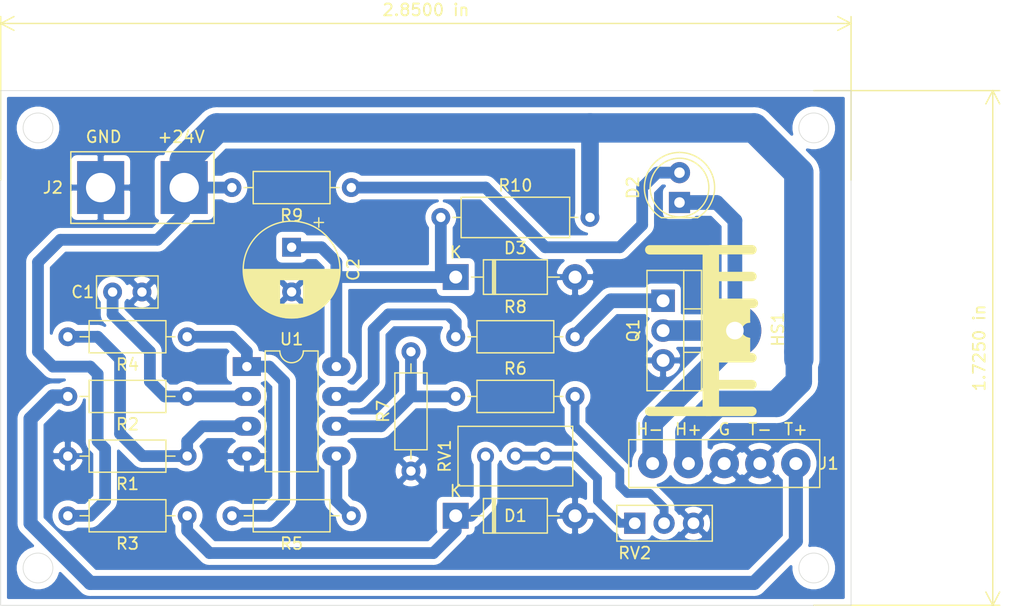
<source format=kicad_pcb>
(kicad_pcb (version 20171130) (host pcbnew "(5.1.10)-1")

  (general
    (thickness 1.6)
    (drawings 17)
    (tracks 112)
    (zones 0)
    (modules 22)
    (nets 17)
  )

  (page A4)
  (layers
    (0 F.Cu signal)
    (31 B.Cu signal)
    (32 B.Adhes user)
    (33 F.Adhes user)
    (34 B.Paste user)
    (35 F.Paste user)
    (36 B.SilkS user)
    (37 F.SilkS user)
    (38 B.Mask user)
    (39 F.Mask user)
    (40 Dwgs.User user)
    (41 Cmts.User user)
    (42 Eco1.User user)
    (43 Eco2.User user)
    (44 Edge.Cuts user)
    (45 Margin user)
    (46 B.CrtYd user)
    (47 F.CrtYd user)
    (48 B.Fab user)
    (49 F.Fab user hide)
  )

  (setup
    (last_trace_width 0.25)
    (user_trace_width 0.5)
    (user_trace_width 0.75)
    (user_trace_width 1)
    (user_trace_width 1.25)
    (user_trace_width 1.5)
    (user_trace_width 1.75)
    (user_trace_width 2)
    (user_trace_width 2.25)
    (user_trace_width 2.5)
    (trace_clearance 0.3)
    (zone_clearance 0.508)
    (zone_45_only no)
    (trace_min 0.2)
    (via_size 0.8)
    (via_drill 0.4)
    (via_min_size 0.4)
    (via_min_drill 0.3)
    (uvia_size 0.3)
    (uvia_drill 0.1)
    (uvias_allowed no)
    (uvia_min_size 0.2)
    (uvia_min_drill 0.1)
    (edge_width 0.05)
    (segment_width 0.2)
    (pcb_text_width 0.3)
    (pcb_text_size 1.5 1.5)
    (mod_edge_width 0.12)
    (mod_text_size 1 1)
    (mod_text_width 0.15)
    (pad_size 1.524 1.524)
    (pad_drill 0.762)
    (pad_to_mask_clearance 0)
    (aux_axis_origin 0 0)
    (visible_elements 7FFFFFFF)
    (pcbplotparams
      (layerselection 0x010fc_ffffffff)
      (usegerberextensions false)
      (usegerberattributes true)
      (usegerberadvancedattributes true)
      (creategerberjobfile true)
      (excludeedgelayer true)
      (linewidth 0.100000)
      (plotframeref false)
      (viasonmask false)
      (mode 1)
      (useauxorigin false)
      (hpglpennumber 1)
      (hpglpenspeed 20)
      (hpglpendiameter 15.000000)
      (psnegative false)
      (psa4output false)
      (plotreference true)
      (plotvalue true)
      (plotinvisibletext false)
      (padsonsilk false)
      (subtractmaskfromsilk false)
      (outputformat 1)
      (mirror false)
      (drillshape 1)
      (scaleselection 1)
      (outputdirectory ""))
  )

  (net 0 "")
  (net 1 GNDPWR)
  (net 2 "Net-(C1-Pad1)")
  (net 3 "Net-(C2-Pad1)")
  (net 4 "Net-(D1-Pad1)")
  (net 5 "Net-(D2-Pad2)")
  (net 6 /Heater-)
  (net 7 /Thermocouple+)
  (net 8 +VDC)
  (net 9 "Net-(Q1-Pad1)")
  (net 10 "Net-(R1-Pad1)")
  (net 11 "Net-(R4-Pad1)")
  (net 12 "Net-(R5-Pad1)")
  (net 13 "Net-(R6-Pad1)")
  (net 14 "Net-(R6-Pad2)")
  (net 15 "Net-(R8-Pad2)")
  (net 16 "Net-(RV1-Pad2)")

  (net_class Default "This is the default net class."
    (clearance 0.3)
    (trace_width 0.25)
    (via_dia 0.8)
    (via_drill 0.4)
    (uvia_dia 0.3)
    (uvia_drill 0.1)
    (add_net +VDC)
    (add_net /Heater-)
    (add_net /Thermocouple+)
    (add_net GNDPWR)
    (add_net "Net-(C1-Pad1)")
    (add_net "Net-(C2-Pad1)")
    (add_net "Net-(D1-Pad1)")
    (add_net "Net-(D2-Pad2)")
    (add_net "Net-(Q1-Pad1)")
    (add_net "Net-(R1-Pad1)")
    (add_net "Net-(R4-Pad1)")
    (add_net "Net-(R5-Pad1)")
    (add_net "Net-(R6-Pad1)")
    (add_net "Net-(R6-Pad2)")
    (add_net "Net-(R8-Pad2)")
    (add_net "Net-(RV1-Pad2)")
  )

  (module 22L:DIN_5_Inline (layer F.Cu) (tedit 618BD809) (tstamp 618C4D2C)
    (at 182.88 126.365)
    (path /618C380D)
    (fp_text reference J1 (at 8.89 0) (layer F.SilkS)
      (effects (font (size 1 1) (thickness 0.15)))
    )
    (fp_text value DIN-5 (at 0 -7.104) (layer F.Fab)
      (effects (font (size 1 1) (thickness 0.15)))
    )
    (fp_line (start -7.62 -2.032) (end 8.128 -2.032) (layer F.SilkS) (width 0.12))
    (fp_line (start 8.128 -2.032) (end 8.128 2.032) (layer F.SilkS) (width 0.12))
    (fp_line (start 8.128 2.032) (end -8.128 2.032) (layer F.SilkS) (width 0.12))
    (fp_line (start -8.128 2.032) (end -8.128 -2.032) (layer F.SilkS) (width 0.12))
    (fp_line (start -8.128 -2.032) (end -7.62 -2.032) (layer F.SilkS) (width 0.12))
    (pad 5 thru_hole circle (at 6.096 0) (size 2.5 2.5) (drill 1.1) (layers *.Cu *.Mask)
      (net 7 /Thermocouple+))
    (pad 4 thru_hole circle (at 3.03 0) (size 2.5 2.5) (drill 1.1) (layers *.Cu *.Mask)
      (net 1 GNDPWR))
    (pad 3 thru_hole circle (at 0 0) (size 2.5 2.5) (drill 1.1) (layers *.Cu *.Mask)
      (net 1 GNDPWR))
    (pad 2 thru_hole circle (at -3.048 0) (size 2.5 2.5) (drill 1.1) (layers *.Cu *.Mask)
      (net 8 +VDC))
    (pad 1 thru_hole circle (at -6.096 0) (size 2.5 2.5) (drill 1.1) (layers *.Cu *.Mask)
      (net 6 /Heater-))
  )

  (module 22L:Big_POT (layer F.Cu) (tedit 618BB038) (tstamp 618C58E5)
    (at 177.8 131.445)
    (descr "Potentiometer, vertical, 9mm, single, http://www.taiwanalpha.com.tw/downloads?target=products&id=113")
    (tags "potentiometer vertical 9mm single")
    (path /618D6159)
    (fp_text reference RV2 (at -2.54 2.54 180) (layer F.SilkS)
      (effects (font (size 1 1) (thickness 0.15)))
    )
    (fp_text value 5K (at 0 4.064 180) (layer F.Fab)
      (effects (font (size 1 1) (thickness 0.15)))
    )
    (fp_line (start -4.064 1.524) (end -4.064 -1.524) (layer F.SilkS) (width 0.12))
    (fp_line (start 4.064 1.524) (end -4.064 1.524) (layer F.SilkS) (width 0.12))
    (fp_line (start 4.064 -1.524) (end 4.064 1.524) (layer F.SilkS) (width 0.12))
    (fp_line (start -4.064 -1.524) (end 4.064 -1.524) (layer F.SilkS) (width 0.12))
    (fp_text user %R (at 0 2.54) (layer F.Fab)
      (effects (font (size 1 1) (thickness 0.15)))
    )
    (pad 3 thru_hole circle (at 2.46 0 180) (size 1.8 1.8) (drill 1) (layers *.Cu *.Mask)
      (net 1 GNDPWR))
    (pad 2 thru_hole circle (at -0.04 0 180) (size 1.8 1.8) (drill 1) (layers *.Cu *.Mask)
      (net 14 "Net-(R6-Pad2)"))
    (pad 1 thru_hole rect (at -2.54 0 180) (size 1.8 1.8) (drill 1) (layers *.Cu *.Mask)
      (net 16 "Net-(RV1-Pad2)"))
    (model ${KISYS3DMOD}/Potentiometer_THT.3dshapes/Potentiometer_Alpha_RD901F-40-00D_Single_Vertical.wrl
      (at (xyz 0 0 0))
      (scale (xyz 1 1 1))
      (rotate (xyz 0 0 0))
    )
  )

  (module Capacitor_THT:C_Disc_D5.0mm_W2.5mm_P2.50mm (layer F.Cu) (tedit 5AE50EF0) (tstamp 618CF630)
    (at 130.81 111.76)
    (descr "C, Disc series, Radial, pin pitch=2.50mm, , diameter*width=5*2.5mm^2, Capacitor, http://cdn-reichelt.de/documents/datenblatt/B300/DS_KERKO_TC.pdf")
    (tags "C Disc series Radial pin pitch 2.50mm  diameter 5mm width 2.5mm Capacitor")
    (path /618BEB58)
    (fp_text reference C1 (at -2.54 0) (layer F.SilkS)
      (effects (font (size 1 1) (thickness 0.15)))
    )
    (fp_text value 100n (at 1.25 2.5) (layer F.Fab)
      (effects (font (size 1 1) (thickness 0.15)))
    )
    (fp_line (start -1.25 -1.25) (end -1.25 1.25) (layer F.Fab) (width 0.1))
    (fp_line (start -1.25 1.25) (end 3.75 1.25) (layer F.Fab) (width 0.1))
    (fp_line (start 3.75 1.25) (end 3.75 -1.25) (layer F.Fab) (width 0.1))
    (fp_line (start 3.75 -1.25) (end -1.25 -1.25) (layer F.Fab) (width 0.1))
    (fp_line (start -1.37 -1.37) (end 3.87 -1.37) (layer F.SilkS) (width 0.12))
    (fp_line (start -1.37 1.37) (end 3.87 1.37) (layer F.SilkS) (width 0.12))
    (fp_line (start -1.37 -1.37) (end -1.37 1.37) (layer F.SilkS) (width 0.12))
    (fp_line (start 3.87 -1.37) (end 3.87 1.37) (layer F.SilkS) (width 0.12))
    (fp_line (start -1.5 -1.5) (end -1.5 1.5) (layer F.CrtYd) (width 0.05))
    (fp_line (start -1.5 1.5) (end 4 1.5) (layer F.CrtYd) (width 0.05))
    (fp_line (start 4 1.5) (end 4 -1.5) (layer F.CrtYd) (width 0.05))
    (fp_line (start 4 -1.5) (end -1.5 -1.5) (layer F.CrtYd) (width 0.05))
    (fp_text user %R (at 1.25 0) (layer F.Fab)
      (effects (font (size 1 1) (thickness 0.15)))
    )
    (pad 1 thru_hole circle (at 0 0) (size 1.6 1.6) (drill 0.8) (layers *.Cu *.Mask)
      (net 2 "Net-(C1-Pad1)"))
    (pad 2 thru_hole circle (at 2.5 0) (size 1.6 1.6) (drill 0.8) (layers *.Cu *.Mask)
      (net 1 GNDPWR))
    (model ${KISYS3DMOD}/Capacitor_THT.3dshapes/C_Disc_D5.0mm_W2.5mm_P2.50mm.wrl
      (at (xyz 0 0 0))
      (scale (xyz 1 1 1))
      (rotate (xyz 0 0 0))
    )
  )

  (module Capacitor_THT:CP_Radial_D8.0mm_P3.80mm (layer F.Cu) (tedit 5AE50EF0) (tstamp 618CF6D9)
    (at 146.05 107.95 270)
    (descr "CP, Radial series, Radial, pin pitch=3.80mm, , diameter=8mm, Electrolytic Capacitor")
    (tags "CP Radial series Radial pin pitch 3.80mm  diameter 8mm Electrolytic Capacitor")
    (path /618D34C9)
    (fp_text reference C2 (at 1.9 -5.25 90) (layer F.SilkS)
      (effects (font (size 1 1) (thickness 0.15)))
    )
    (fp_text value "100uF 35v" (at 1.9 5.25 90) (layer F.Fab)
      (effects (font (size 1 1) (thickness 0.15)))
    )
    (fp_circle (center 1.9 0) (end 5.9 0) (layer F.Fab) (width 0.1))
    (fp_circle (center 1.9 0) (end 6.02 0) (layer F.SilkS) (width 0.12))
    (fp_circle (center 1.9 0) (end 6.15 0) (layer F.CrtYd) (width 0.05))
    (fp_line (start -1.526759 -1.7475) (end -0.726759 -1.7475) (layer F.Fab) (width 0.1))
    (fp_line (start -1.126759 -2.1475) (end -1.126759 -1.3475) (layer F.Fab) (width 0.1))
    (fp_line (start 1.9 -4.08) (end 1.9 4.08) (layer F.SilkS) (width 0.12))
    (fp_line (start 1.94 -4.08) (end 1.94 4.08) (layer F.SilkS) (width 0.12))
    (fp_line (start 1.98 -4.08) (end 1.98 4.08) (layer F.SilkS) (width 0.12))
    (fp_line (start 2.02 -4.079) (end 2.02 4.079) (layer F.SilkS) (width 0.12))
    (fp_line (start 2.06 -4.077) (end 2.06 4.077) (layer F.SilkS) (width 0.12))
    (fp_line (start 2.1 -4.076) (end 2.1 4.076) (layer F.SilkS) (width 0.12))
    (fp_line (start 2.14 -4.074) (end 2.14 4.074) (layer F.SilkS) (width 0.12))
    (fp_line (start 2.18 -4.071) (end 2.18 4.071) (layer F.SilkS) (width 0.12))
    (fp_line (start 2.22 -4.068) (end 2.22 4.068) (layer F.SilkS) (width 0.12))
    (fp_line (start 2.26 -4.065) (end 2.26 4.065) (layer F.SilkS) (width 0.12))
    (fp_line (start 2.3 -4.061) (end 2.3 4.061) (layer F.SilkS) (width 0.12))
    (fp_line (start 2.34 -4.057) (end 2.34 4.057) (layer F.SilkS) (width 0.12))
    (fp_line (start 2.38 -4.052) (end 2.38 4.052) (layer F.SilkS) (width 0.12))
    (fp_line (start 2.42 -4.048) (end 2.42 4.048) (layer F.SilkS) (width 0.12))
    (fp_line (start 2.46 -4.042) (end 2.46 4.042) (layer F.SilkS) (width 0.12))
    (fp_line (start 2.5 -4.037) (end 2.5 4.037) (layer F.SilkS) (width 0.12))
    (fp_line (start 2.54 -4.03) (end 2.54 4.03) (layer F.SilkS) (width 0.12))
    (fp_line (start 2.58 -4.024) (end 2.58 4.024) (layer F.SilkS) (width 0.12))
    (fp_line (start 2.621 -4.017) (end 2.621 4.017) (layer F.SilkS) (width 0.12))
    (fp_line (start 2.661 -4.01) (end 2.661 4.01) (layer F.SilkS) (width 0.12))
    (fp_line (start 2.701 -4.002) (end 2.701 4.002) (layer F.SilkS) (width 0.12))
    (fp_line (start 2.741 -3.994) (end 2.741 3.994) (layer F.SilkS) (width 0.12))
    (fp_line (start 2.781 -3.985) (end 2.781 -1.04) (layer F.SilkS) (width 0.12))
    (fp_line (start 2.781 1.04) (end 2.781 3.985) (layer F.SilkS) (width 0.12))
    (fp_line (start 2.821 -3.976) (end 2.821 -1.04) (layer F.SilkS) (width 0.12))
    (fp_line (start 2.821 1.04) (end 2.821 3.976) (layer F.SilkS) (width 0.12))
    (fp_line (start 2.861 -3.967) (end 2.861 -1.04) (layer F.SilkS) (width 0.12))
    (fp_line (start 2.861 1.04) (end 2.861 3.967) (layer F.SilkS) (width 0.12))
    (fp_line (start 2.901 -3.957) (end 2.901 -1.04) (layer F.SilkS) (width 0.12))
    (fp_line (start 2.901 1.04) (end 2.901 3.957) (layer F.SilkS) (width 0.12))
    (fp_line (start 2.941 -3.947) (end 2.941 -1.04) (layer F.SilkS) (width 0.12))
    (fp_line (start 2.941 1.04) (end 2.941 3.947) (layer F.SilkS) (width 0.12))
    (fp_line (start 2.981 -3.936) (end 2.981 -1.04) (layer F.SilkS) (width 0.12))
    (fp_line (start 2.981 1.04) (end 2.981 3.936) (layer F.SilkS) (width 0.12))
    (fp_line (start 3.021 -3.925) (end 3.021 -1.04) (layer F.SilkS) (width 0.12))
    (fp_line (start 3.021 1.04) (end 3.021 3.925) (layer F.SilkS) (width 0.12))
    (fp_line (start 3.061 -3.914) (end 3.061 -1.04) (layer F.SilkS) (width 0.12))
    (fp_line (start 3.061 1.04) (end 3.061 3.914) (layer F.SilkS) (width 0.12))
    (fp_line (start 3.101 -3.902) (end 3.101 -1.04) (layer F.SilkS) (width 0.12))
    (fp_line (start 3.101 1.04) (end 3.101 3.902) (layer F.SilkS) (width 0.12))
    (fp_line (start 3.141 -3.889) (end 3.141 -1.04) (layer F.SilkS) (width 0.12))
    (fp_line (start 3.141 1.04) (end 3.141 3.889) (layer F.SilkS) (width 0.12))
    (fp_line (start 3.181 -3.877) (end 3.181 -1.04) (layer F.SilkS) (width 0.12))
    (fp_line (start 3.181 1.04) (end 3.181 3.877) (layer F.SilkS) (width 0.12))
    (fp_line (start 3.221 -3.863) (end 3.221 -1.04) (layer F.SilkS) (width 0.12))
    (fp_line (start 3.221 1.04) (end 3.221 3.863) (layer F.SilkS) (width 0.12))
    (fp_line (start 3.261 -3.85) (end 3.261 -1.04) (layer F.SilkS) (width 0.12))
    (fp_line (start 3.261 1.04) (end 3.261 3.85) (layer F.SilkS) (width 0.12))
    (fp_line (start 3.301 -3.835) (end 3.301 -1.04) (layer F.SilkS) (width 0.12))
    (fp_line (start 3.301 1.04) (end 3.301 3.835) (layer F.SilkS) (width 0.12))
    (fp_line (start 3.341 -3.821) (end 3.341 -1.04) (layer F.SilkS) (width 0.12))
    (fp_line (start 3.341 1.04) (end 3.341 3.821) (layer F.SilkS) (width 0.12))
    (fp_line (start 3.381 -3.805) (end 3.381 -1.04) (layer F.SilkS) (width 0.12))
    (fp_line (start 3.381 1.04) (end 3.381 3.805) (layer F.SilkS) (width 0.12))
    (fp_line (start 3.421 -3.79) (end 3.421 -1.04) (layer F.SilkS) (width 0.12))
    (fp_line (start 3.421 1.04) (end 3.421 3.79) (layer F.SilkS) (width 0.12))
    (fp_line (start 3.461 -3.774) (end 3.461 -1.04) (layer F.SilkS) (width 0.12))
    (fp_line (start 3.461 1.04) (end 3.461 3.774) (layer F.SilkS) (width 0.12))
    (fp_line (start 3.501 -3.757) (end 3.501 -1.04) (layer F.SilkS) (width 0.12))
    (fp_line (start 3.501 1.04) (end 3.501 3.757) (layer F.SilkS) (width 0.12))
    (fp_line (start 3.541 -3.74) (end 3.541 -1.04) (layer F.SilkS) (width 0.12))
    (fp_line (start 3.541 1.04) (end 3.541 3.74) (layer F.SilkS) (width 0.12))
    (fp_line (start 3.581 -3.722) (end 3.581 -1.04) (layer F.SilkS) (width 0.12))
    (fp_line (start 3.581 1.04) (end 3.581 3.722) (layer F.SilkS) (width 0.12))
    (fp_line (start 3.621 -3.704) (end 3.621 -1.04) (layer F.SilkS) (width 0.12))
    (fp_line (start 3.621 1.04) (end 3.621 3.704) (layer F.SilkS) (width 0.12))
    (fp_line (start 3.661 -3.686) (end 3.661 -1.04) (layer F.SilkS) (width 0.12))
    (fp_line (start 3.661 1.04) (end 3.661 3.686) (layer F.SilkS) (width 0.12))
    (fp_line (start 3.701 -3.666) (end 3.701 -1.04) (layer F.SilkS) (width 0.12))
    (fp_line (start 3.701 1.04) (end 3.701 3.666) (layer F.SilkS) (width 0.12))
    (fp_line (start 3.741 -3.647) (end 3.741 -1.04) (layer F.SilkS) (width 0.12))
    (fp_line (start 3.741 1.04) (end 3.741 3.647) (layer F.SilkS) (width 0.12))
    (fp_line (start 3.781 -3.627) (end 3.781 -1.04) (layer F.SilkS) (width 0.12))
    (fp_line (start 3.781 1.04) (end 3.781 3.627) (layer F.SilkS) (width 0.12))
    (fp_line (start 3.821 -3.606) (end 3.821 -1.04) (layer F.SilkS) (width 0.12))
    (fp_line (start 3.821 1.04) (end 3.821 3.606) (layer F.SilkS) (width 0.12))
    (fp_line (start 3.861 -3.584) (end 3.861 -1.04) (layer F.SilkS) (width 0.12))
    (fp_line (start 3.861 1.04) (end 3.861 3.584) (layer F.SilkS) (width 0.12))
    (fp_line (start 3.901 -3.562) (end 3.901 -1.04) (layer F.SilkS) (width 0.12))
    (fp_line (start 3.901 1.04) (end 3.901 3.562) (layer F.SilkS) (width 0.12))
    (fp_line (start 3.941 -3.54) (end 3.941 -1.04) (layer F.SilkS) (width 0.12))
    (fp_line (start 3.941 1.04) (end 3.941 3.54) (layer F.SilkS) (width 0.12))
    (fp_line (start 3.981 -3.517) (end 3.981 -1.04) (layer F.SilkS) (width 0.12))
    (fp_line (start 3.981 1.04) (end 3.981 3.517) (layer F.SilkS) (width 0.12))
    (fp_line (start 4.021 -3.493) (end 4.021 -1.04) (layer F.SilkS) (width 0.12))
    (fp_line (start 4.021 1.04) (end 4.021 3.493) (layer F.SilkS) (width 0.12))
    (fp_line (start 4.061 -3.469) (end 4.061 -1.04) (layer F.SilkS) (width 0.12))
    (fp_line (start 4.061 1.04) (end 4.061 3.469) (layer F.SilkS) (width 0.12))
    (fp_line (start 4.101 -3.444) (end 4.101 -1.04) (layer F.SilkS) (width 0.12))
    (fp_line (start 4.101 1.04) (end 4.101 3.444) (layer F.SilkS) (width 0.12))
    (fp_line (start 4.141 -3.418) (end 4.141 -1.04) (layer F.SilkS) (width 0.12))
    (fp_line (start 4.141 1.04) (end 4.141 3.418) (layer F.SilkS) (width 0.12))
    (fp_line (start 4.181 -3.392) (end 4.181 -1.04) (layer F.SilkS) (width 0.12))
    (fp_line (start 4.181 1.04) (end 4.181 3.392) (layer F.SilkS) (width 0.12))
    (fp_line (start 4.221 -3.365) (end 4.221 -1.04) (layer F.SilkS) (width 0.12))
    (fp_line (start 4.221 1.04) (end 4.221 3.365) (layer F.SilkS) (width 0.12))
    (fp_line (start 4.261 -3.338) (end 4.261 -1.04) (layer F.SilkS) (width 0.12))
    (fp_line (start 4.261 1.04) (end 4.261 3.338) (layer F.SilkS) (width 0.12))
    (fp_line (start 4.301 -3.309) (end 4.301 -1.04) (layer F.SilkS) (width 0.12))
    (fp_line (start 4.301 1.04) (end 4.301 3.309) (layer F.SilkS) (width 0.12))
    (fp_line (start 4.341 -3.28) (end 4.341 -1.04) (layer F.SilkS) (width 0.12))
    (fp_line (start 4.341 1.04) (end 4.341 3.28) (layer F.SilkS) (width 0.12))
    (fp_line (start 4.381 -3.25) (end 4.381 -1.04) (layer F.SilkS) (width 0.12))
    (fp_line (start 4.381 1.04) (end 4.381 3.25) (layer F.SilkS) (width 0.12))
    (fp_line (start 4.421 -3.22) (end 4.421 -1.04) (layer F.SilkS) (width 0.12))
    (fp_line (start 4.421 1.04) (end 4.421 3.22) (layer F.SilkS) (width 0.12))
    (fp_line (start 4.461 -3.189) (end 4.461 -1.04) (layer F.SilkS) (width 0.12))
    (fp_line (start 4.461 1.04) (end 4.461 3.189) (layer F.SilkS) (width 0.12))
    (fp_line (start 4.501 -3.156) (end 4.501 -1.04) (layer F.SilkS) (width 0.12))
    (fp_line (start 4.501 1.04) (end 4.501 3.156) (layer F.SilkS) (width 0.12))
    (fp_line (start 4.541 -3.124) (end 4.541 -1.04) (layer F.SilkS) (width 0.12))
    (fp_line (start 4.541 1.04) (end 4.541 3.124) (layer F.SilkS) (width 0.12))
    (fp_line (start 4.581 -3.09) (end 4.581 -1.04) (layer F.SilkS) (width 0.12))
    (fp_line (start 4.581 1.04) (end 4.581 3.09) (layer F.SilkS) (width 0.12))
    (fp_line (start 4.621 -3.055) (end 4.621 -1.04) (layer F.SilkS) (width 0.12))
    (fp_line (start 4.621 1.04) (end 4.621 3.055) (layer F.SilkS) (width 0.12))
    (fp_line (start 4.661 -3.019) (end 4.661 -1.04) (layer F.SilkS) (width 0.12))
    (fp_line (start 4.661 1.04) (end 4.661 3.019) (layer F.SilkS) (width 0.12))
    (fp_line (start 4.701 -2.983) (end 4.701 -1.04) (layer F.SilkS) (width 0.12))
    (fp_line (start 4.701 1.04) (end 4.701 2.983) (layer F.SilkS) (width 0.12))
    (fp_line (start 4.741 -2.945) (end 4.741 -1.04) (layer F.SilkS) (width 0.12))
    (fp_line (start 4.741 1.04) (end 4.741 2.945) (layer F.SilkS) (width 0.12))
    (fp_line (start 4.781 -2.907) (end 4.781 -1.04) (layer F.SilkS) (width 0.12))
    (fp_line (start 4.781 1.04) (end 4.781 2.907) (layer F.SilkS) (width 0.12))
    (fp_line (start 4.821 -2.867) (end 4.821 -1.04) (layer F.SilkS) (width 0.12))
    (fp_line (start 4.821 1.04) (end 4.821 2.867) (layer F.SilkS) (width 0.12))
    (fp_line (start 4.861 -2.826) (end 4.861 2.826) (layer F.SilkS) (width 0.12))
    (fp_line (start 4.901 -2.784) (end 4.901 2.784) (layer F.SilkS) (width 0.12))
    (fp_line (start 4.941 -2.741) (end 4.941 2.741) (layer F.SilkS) (width 0.12))
    (fp_line (start 4.981 -2.697) (end 4.981 2.697) (layer F.SilkS) (width 0.12))
    (fp_line (start 5.021 -2.651) (end 5.021 2.651) (layer F.SilkS) (width 0.12))
    (fp_line (start 5.061 -2.604) (end 5.061 2.604) (layer F.SilkS) (width 0.12))
    (fp_line (start 5.101 -2.556) (end 5.101 2.556) (layer F.SilkS) (width 0.12))
    (fp_line (start 5.141 -2.505) (end 5.141 2.505) (layer F.SilkS) (width 0.12))
    (fp_line (start 5.181 -2.454) (end 5.181 2.454) (layer F.SilkS) (width 0.12))
    (fp_line (start 5.221 -2.4) (end 5.221 2.4) (layer F.SilkS) (width 0.12))
    (fp_line (start 5.261 -2.345) (end 5.261 2.345) (layer F.SilkS) (width 0.12))
    (fp_line (start 5.301 -2.287) (end 5.301 2.287) (layer F.SilkS) (width 0.12))
    (fp_line (start 5.341 -2.228) (end 5.341 2.228) (layer F.SilkS) (width 0.12))
    (fp_line (start 5.381 -2.166) (end 5.381 2.166) (layer F.SilkS) (width 0.12))
    (fp_line (start 5.421 -2.102) (end 5.421 2.102) (layer F.SilkS) (width 0.12))
    (fp_line (start 5.461 -2.034) (end 5.461 2.034) (layer F.SilkS) (width 0.12))
    (fp_line (start 5.501 -1.964) (end 5.501 1.964) (layer F.SilkS) (width 0.12))
    (fp_line (start 5.541 -1.89) (end 5.541 1.89) (layer F.SilkS) (width 0.12))
    (fp_line (start 5.581 -1.813) (end 5.581 1.813) (layer F.SilkS) (width 0.12))
    (fp_line (start 5.621 -1.731) (end 5.621 1.731) (layer F.SilkS) (width 0.12))
    (fp_line (start 5.661 -1.645) (end 5.661 1.645) (layer F.SilkS) (width 0.12))
    (fp_line (start 5.701 -1.552) (end 5.701 1.552) (layer F.SilkS) (width 0.12))
    (fp_line (start 5.741 -1.453) (end 5.741 1.453) (layer F.SilkS) (width 0.12))
    (fp_line (start 5.781 -1.346) (end 5.781 1.346) (layer F.SilkS) (width 0.12))
    (fp_line (start 5.821 -1.229) (end 5.821 1.229) (layer F.SilkS) (width 0.12))
    (fp_line (start 5.861 -1.098) (end 5.861 1.098) (layer F.SilkS) (width 0.12))
    (fp_line (start 5.901 -0.948) (end 5.901 0.948) (layer F.SilkS) (width 0.12))
    (fp_line (start 5.941 -0.768) (end 5.941 0.768) (layer F.SilkS) (width 0.12))
    (fp_line (start 5.981 -0.533) (end 5.981 0.533) (layer F.SilkS) (width 0.12))
    (fp_line (start -2.509698 -2.315) (end -1.709698 -2.315) (layer F.SilkS) (width 0.12))
    (fp_line (start -2.109698 -2.715) (end -2.109698 -1.915) (layer F.SilkS) (width 0.12))
    (fp_text user %R (at 1.9 0 90) (layer F.Fab)
      (effects (font (size 1 1) (thickness 0.15)))
    )
    (pad 1 thru_hole rect (at 0 0 270) (size 1.6 1.6) (drill 0.8) (layers *.Cu *.Mask)
      (net 3 "Net-(C2-Pad1)"))
    (pad 2 thru_hole circle (at 3.8 0 270) (size 1.6 1.6) (drill 0.8) (layers *.Cu *.Mask)
      (net 1 GNDPWR))
    (model ${KISYS3DMOD}/Capacitor_THT.3dshapes/CP_Radial_D8.0mm_P3.80mm.wrl
      (at (xyz 0 0 0))
      (scale (xyz 1 1 1))
      (rotate (xyz 0 0 0))
    )
  )

  (module Diode_THT:D_DO-41_SOD81_P10.16mm_Horizontal (layer F.Cu) (tedit 5AE50CD5) (tstamp 618CF6F8)
    (at 160.02 130.81)
    (descr "Diode, DO-41_SOD81 series, Axial, Horizontal, pin pitch=10.16mm, , length*diameter=5.2*2.7mm^2, , http://www.diodes.com/_files/packages/DO-41%20(Plastic).pdf")
    (tags "Diode DO-41_SOD81 series Axial Horizontal pin pitch 10.16mm  length 5.2mm diameter 2.7mm")
    (path /618C1141)
    (fp_text reference D1 (at 5.08 0) (layer F.SilkS)
      (effects (font (size 1 1) (thickness 0.15)))
    )
    (fp_text value 5.1V (at 5.08 2.47) (layer F.Fab)
      (effects (font (size 1 1) (thickness 0.15)))
    )
    (fp_line (start 2.48 -1.35) (end 2.48 1.35) (layer F.Fab) (width 0.1))
    (fp_line (start 2.48 1.35) (end 7.68 1.35) (layer F.Fab) (width 0.1))
    (fp_line (start 7.68 1.35) (end 7.68 -1.35) (layer F.Fab) (width 0.1))
    (fp_line (start 7.68 -1.35) (end 2.48 -1.35) (layer F.Fab) (width 0.1))
    (fp_line (start 0 0) (end 2.48 0) (layer F.Fab) (width 0.1))
    (fp_line (start 10.16 0) (end 7.68 0) (layer F.Fab) (width 0.1))
    (fp_line (start 3.26 -1.35) (end 3.26 1.35) (layer F.Fab) (width 0.1))
    (fp_line (start 3.36 -1.35) (end 3.36 1.35) (layer F.Fab) (width 0.1))
    (fp_line (start 3.16 -1.35) (end 3.16 1.35) (layer F.Fab) (width 0.1))
    (fp_line (start 2.36 -1.47) (end 2.36 1.47) (layer F.SilkS) (width 0.12))
    (fp_line (start 2.36 1.47) (end 7.8 1.47) (layer F.SilkS) (width 0.12))
    (fp_line (start 7.8 1.47) (end 7.8 -1.47) (layer F.SilkS) (width 0.12))
    (fp_line (start 7.8 -1.47) (end 2.36 -1.47) (layer F.SilkS) (width 0.12))
    (fp_line (start 1.34 0) (end 2.36 0) (layer F.SilkS) (width 0.12))
    (fp_line (start 8.82 0) (end 7.8 0) (layer F.SilkS) (width 0.12))
    (fp_line (start 3.26 -1.47) (end 3.26 1.47) (layer F.SilkS) (width 0.12))
    (fp_line (start 3.38 -1.47) (end 3.38 1.47) (layer F.SilkS) (width 0.12))
    (fp_line (start 3.14 -1.47) (end 3.14 1.47) (layer F.SilkS) (width 0.12))
    (fp_line (start -1.35 -1.6) (end -1.35 1.6) (layer F.CrtYd) (width 0.05))
    (fp_line (start -1.35 1.6) (end 11.51 1.6) (layer F.CrtYd) (width 0.05))
    (fp_line (start 11.51 1.6) (end 11.51 -1.6) (layer F.CrtYd) (width 0.05))
    (fp_line (start 11.51 -1.6) (end -1.35 -1.6) (layer F.CrtYd) (width 0.05))
    (fp_text user %R (at 5.47 0) (layer F.Fab)
      (effects (font (size 1 1) (thickness 0.15)))
    )
    (fp_text user K (at 0 -2.1) (layer F.Fab)
      (effects (font (size 1 1) (thickness 0.15)))
    )
    (fp_text user K (at 0 -2.1) (layer F.SilkS)
      (effects (font (size 1 1) (thickness 0.15)))
    )
    (pad 1 thru_hole rect (at 0 0) (size 2.2 2.2) (drill 1.1) (layers *.Cu *.Mask)
      (net 4 "Net-(D1-Pad1)"))
    (pad 2 thru_hole oval (at 10.16 0) (size 2.2 2.2) (drill 1.1) (layers *.Cu *.Mask)
      (net 1 GNDPWR))
    (model ${KISYS3DMOD}/Diode_THT.3dshapes/D_DO-41_SOD81_P10.16mm_Horizontal.wrl
      (at (xyz 0 0 0))
      (scale (xyz 1 1 1))
      (rotate (xyz 0 0 0))
    )
  )

  (module LED_THT:LED_D5.0mm (layer F.Cu) (tedit 5995936A) (tstamp 618CF70A)
    (at 179.07 104.14 90)
    (descr "LED, diameter 5.0mm, 2 pins, http://cdn-reichelt.de/documents/datenblatt/A500/LL-504BC2E-009.pdf")
    (tags "LED diameter 5.0mm 2 pins")
    (path /618C2828)
    (fp_text reference D2 (at 1.27 -3.96 90) (layer F.SilkS)
      (effects (font (size 1 1) (thickness 0.15)))
    )
    (fp_text value LED (at 1.27 3.96 90) (layer F.Fab)
      (effects (font (size 1 1) (thickness 0.15)))
    )
    (fp_circle (center 1.27 0) (end 3.77 0) (layer F.Fab) (width 0.1))
    (fp_circle (center 1.27 0) (end 3.77 0) (layer F.SilkS) (width 0.12))
    (fp_line (start -1.23 -1.469694) (end -1.23 1.469694) (layer F.Fab) (width 0.1))
    (fp_line (start -1.29 -1.545) (end -1.29 1.545) (layer F.SilkS) (width 0.12))
    (fp_line (start -1.95 -3.25) (end -1.95 3.25) (layer F.CrtYd) (width 0.05))
    (fp_line (start -1.95 3.25) (end 4.5 3.25) (layer F.CrtYd) (width 0.05))
    (fp_line (start 4.5 3.25) (end 4.5 -3.25) (layer F.CrtYd) (width 0.05))
    (fp_line (start 4.5 -3.25) (end -1.95 -3.25) (layer F.CrtYd) (width 0.05))
    (fp_arc (start 1.27 0) (end -1.23 -1.469694) (angle 299.1) (layer F.Fab) (width 0.1))
    (fp_arc (start 1.27 0) (end -1.29 -1.54483) (angle 148.9) (layer F.SilkS) (width 0.12))
    (fp_arc (start 1.27 0) (end -1.29 1.54483) (angle -148.9) (layer F.SilkS) (width 0.12))
    (fp_text user %R (at 1.25 0 90) (layer F.Fab)
      (effects (font (size 0.8 0.8) (thickness 0.2)))
    )
    (pad 1 thru_hole rect (at 0 0 90) (size 1.8 1.8) (drill 0.9) (layers *.Cu *.Mask)
      (net 6 /Heater-))
    (pad 2 thru_hole circle (at 2.54 0 90) (size 1.8 1.8) (drill 0.9) (layers *.Cu *.Mask)
      (net 5 "Net-(D2-Pad2)"))
    (model ${KISYS3DMOD}/LED_THT.3dshapes/LED_D5.0mm.wrl
      (at (xyz 0 0 0))
      (scale (xyz 1 1 1))
      (rotate (xyz 0 0 0))
    )
  )

  (module Diode_THT:D_DO-41_SOD81_P10.16mm_Horizontal (layer F.Cu) (tedit 5AE50CD5) (tstamp 618CF729)
    (at 160.02 110.49)
    (descr "Diode, DO-41_SOD81 series, Axial, Horizontal, pin pitch=10.16mm, , length*diameter=5.2*2.7mm^2, , http://www.diodes.com/_files/packages/DO-41%20(Plastic).pdf")
    (tags "Diode DO-41_SOD81 series Axial Horizontal pin pitch 10.16mm  length 5.2mm diameter 2.7mm")
    (path /618D42E2)
    (fp_text reference D3 (at 5.08 -2.47) (layer F.SilkS)
      (effects (font (size 1 1) (thickness 0.15)))
    )
    (fp_text value 12V (at 5.08 2.47) (layer F.Fab)
      (effects (font (size 1 1) (thickness 0.15)))
    )
    (fp_line (start 11.51 -1.6) (end -1.35 -1.6) (layer F.CrtYd) (width 0.05))
    (fp_line (start 11.51 1.6) (end 11.51 -1.6) (layer F.CrtYd) (width 0.05))
    (fp_line (start -1.35 1.6) (end 11.51 1.6) (layer F.CrtYd) (width 0.05))
    (fp_line (start -1.35 -1.6) (end -1.35 1.6) (layer F.CrtYd) (width 0.05))
    (fp_line (start 3.14 -1.47) (end 3.14 1.47) (layer F.SilkS) (width 0.12))
    (fp_line (start 3.38 -1.47) (end 3.38 1.47) (layer F.SilkS) (width 0.12))
    (fp_line (start 3.26 -1.47) (end 3.26 1.47) (layer F.SilkS) (width 0.12))
    (fp_line (start 8.82 0) (end 7.8 0) (layer F.SilkS) (width 0.12))
    (fp_line (start 1.34 0) (end 2.36 0) (layer F.SilkS) (width 0.12))
    (fp_line (start 7.8 -1.47) (end 2.36 -1.47) (layer F.SilkS) (width 0.12))
    (fp_line (start 7.8 1.47) (end 7.8 -1.47) (layer F.SilkS) (width 0.12))
    (fp_line (start 2.36 1.47) (end 7.8 1.47) (layer F.SilkS) (width 0.12))
    (fp_line (start 2.36 -1.47) (end 2.36 1.47) (layer F.SilkS) (width 0.12))
    (fp_line (start 3.16 -1.35) (end 3.16 1.35) (layer F.Fab) (width 0.1))
    (fp_line (start 3.36 -1.35) (end 3.36 1.35) (layer F.Fab) (width 0.1))
    (fp_line (start 3.26 -1.35) (end 3.26 1.35) (layer F.Fab) (width 0.1))
    (fp_line (start 10.16 0) (end 7.68 0) (layer F.Fab) (width 0.1))
    (fp_line (start 0 0) (end 2.48 0) (layer F.Fab) (width 0.1))
    (fp_line (start 7.68 -1.35) (end 2.48 -1.35) (layer F.Fab) (width 0.1))
    (fp_line (start 7.68 1.35) (end 7.68 -1.35) (layer F.Fab) (width 0.1))
    (fp_line (start 2.48 1.35) (end 7.68 1.35) (layer F.Fab) (width 0.1))
    (fp_line (start 2.48 -1.35) (end 2.48 1.35) (layer F.Fab) (width 0.1))
    (fp_text user K (at 0 -2.1) (layer F.SilkS)
      (effects (font (size 1 1) (thickness 0.15)))
    )
    (fp_text user K (at 0 -2.1) (layer F.Fab)
      (effects (font (size 1 1) (thickness 0.15)))
    )
    (fp_text user %R (at 5.47 0) (layer F.Fab)
      (effects (font (size 1 1) (thickness 0.15)))
    )
    (pad 2 thru_hole oval (at 10.16 0) (size 2.2 2.2) (drill 1.1) (layers *.Cu *.Mask)
      (net 1 GNDPWR))
    (pad 1 thru_hole rect (at 0 0) (size 2.2 2.2) (drill 1.1) (layers *.Cu *.Mask)
      (net 3 "Net-(C2-Pad1)"))
    (model ${KISYS3DMOD}/Diode_THT.3dshapes/D_DO-41_SOD81_P10.16mm_Horizontal.wrl
      (at (xyz 0 0 0))
      (scale (xyz 1 1 1))
      (rotate (xyz 0 0 0))
    )
  )

  (module Package_TO_SOT_THT:TO-220-3_Vertical (layer F.Cu) (tedit 5AC8BA0D) (tstamp 618CF752)
    (at 177.673 112.505 270)
    (descr "TO-220-3, Vertical, RM 2.54mm, see https://www.vishay.com/docs/66542/to-220-1.pdf")
    (tags "TO-220-3 Vertical RM 2.54mm")
    (path /618BFBA6)
    (fp_text reference Q1 (at 2.54 2.54 90) (layer F.SilkS)
      (effects (font (size 1 1) (thickness 0.15)))
    )
    (fp_text value IRF3205 (at 2.54 2.5 90) (layer F.Fab)
      (effects (font (size 1 1) (thickness 0.15)))
    )
    (fp_line (start -2.46 -3.15) (end -2.46 1.25) (layer F.Fab) (width 0.1))
    (fp_line (start -2.46 1.25) (end 7.54 1.25) (layer F.Fab) (width 0.1))
    (fp_line (start 7.54 1.25) (end 7.54 -3.15) (layer F.Fab) (width 0.1))
    (fp_line (start 7.54 -3.15) (end -2.46 -3.15) (layer F.Fab) (width 0.1))
    (fp_line (start -2.46 -1.88) (end 7.54 -1.88) (layer F.Fab) (width 0.1))
    (fp_line (start 0.69 -3.15) (end 0.69 -1.88) (layer F.Fab) (width 0.1))
    (fp_line (start 4.39 -3.15) (end 4.39 -1.88) (layer F.Fab) (width 0.1))
    (fp_line (start -2.58 -3.27) (end 7.66 -3.27) (layer F.SilkS) (width 0.12))
    (fp_line (start -2.58 1.371) (end 7.66 1.371) (layer F.SilkS) (width 0.12))
    (fp_line (start -2.58 -3.27) (end -2.58 1.371) (layer F.SilkS) (width 0.12))
    (fp_line (start 7.66 -3.27) (end 7.66 1.371) (layer F.SilkS) (width 0.12))
    (fp_line (start -2.58 -1.76) (end 7.66 -1.76) (layer F.SilkS) (width 0.12))
    (fp_line (start 0.69 -3.27) (end 0.69 -1.76) (layer F.SilkS) (width 0.12))
    (fp_line (start 4.391 -3.27) (end 4.391 -1.76) (layer F.SilkS) (width 0.12))
    (fp_line (start -2.71 -3.4) (end -2.71 1.51) (layer F.CrtYd) (width 0.05))
    (fp_line (start -2.71 1.51) (end 7.79 1.51) (layer F.CrtYd) (width 0.05))
    (fp_line (start 7.79 1.51) (end 7.79 -3.4) (layer F.CrtYd) (width 0.05))
    (fp_line (start 7.79 -3.4) (end -2.71 -3.4) (layer F.CrtYd) (width 0.05))
    (fp_text user %R (at 2.54 -4.27 90) (layer F.Fab)
      (effects (font (size 1 1) (thickness 0.15)))
    )
    (pad 1 thru_hole rect (at 0 0 270) (size 1.905 2) (drill 1.1) (layers *.Cu *.Mask)
      (net 9 "Net-(Q1-Pad1)"))
    (pad 2 thru_hole oval (at 2.54 0 270) (size 1.905 2) (drill 1.1) (layers *.Cu *.Mask)
      (net 6 /Heater-))
    (pad 3 thru_hole oval (at 5.08 0 270) (size 1.905 2) (drill 1.1) (layers *.Cu *.Mask)
      (net 1 GNDPWR))
    (model ${KISYS3DMOD}/Package_TO_SOT_THT.3dshapes/TO-220-3_Vertical.wrl
      (at (xyz 0 0 0))
      (scale (xyz 1 1 1))
      (rotate (xyz 0 0 0))
    )
  )

  (module 22L:R_Axial_DIN0207_L6.3mm_D2.5mm_P10.16mm_Horizontal (layer F.Cu) (tedit 5AE5139B) (tstamp 618CF769)
    (at 137.16 125.73 180)
    (descr "Resistor, Axial_DIN0207 series, Axial, Horizontal, pin pitch=10.16mm, 0.25W = 1/4W, length*diameter=6.3*2.5mm^2, http://cdn-reichelt.de/documents/datenblatt/B400/1_4W%23YAG.pdf")
    (tags "Resistor Axial_DIN0207 series Axial Horizontal pin pitch 10.16mm 0.25W = 1/4W length 6.3mm diameter 2.5mm")
    (path /618BE48C)
    (fp_text reference R1 (at 5.08 -2.37) (layer F.SilkS)
      (effects (font (size 1 1) (thickness 0.15)))
    )
    (fp_text value 1K (at 5.08 2.37) (layer F.Fab)
      (effects (font (size 1 1) (thickness 0.15)))
    )
    (fp_line (start 1.93 -1.25) (end 1.93 1.25) (layer F.Fab) (width 0.1))
    (fp_line (start 1.93 1.25) (end 8.23 1.25) (layer F.Fab) (width 0.1))
    (fp_line (start 8.23 1.25) (end 8.23 -1.25) (layer F.Fab) (width 0.1))
    (fp_line (start 8.23 -1.25) (end 1.93 -1.25) (layer F.Fab) (width 0.1))
    (fp_line (start 0 0) (end 1.93 0) (layer F.Fab) (width 0.1))
    (fp_line (start 10.16 0) (end 8.23 0) (layer F.Fab) (width 0.1))
    (fp_line (start 1.81 -1.37) (end 1.81 1.37) (layer F.SilkS) (width 0.12))
    (fp_line (start 1.81 1.37) (end 8.35 1.37) (layer F.SilkS) (width 0.12))
    (fp_line (start 8.35 1.37) (end 8.35 -1.37) (layer F.SilkS) (width 0.12))
    (fp_line (start 8.35 -1.37) (end 1.81 -1.37) (layer F.SilkS) (width 0.12))
    (fp_line (start 1.04 0) (end 1.81 0) (layer F.SilkS) (width 0.12))
    (fp_line (start 9.12 0) (end 8.35 0) (layer F.SilkS) (width 0.12))
    (fp_line (start -1.05 -1.5) (end -1.05 1.5) (layer F.CrtYd) (width 0.05))
    (fp_line (start -1.05 1.5) (end 11.21 1.5) (layer F.CrtYd) (width 0.05))
    (fp_line (start 11.21 1.5) (end 11.21 -1.5) (layer F.CrtYd) (width 0.05))
    (fp_line (start 11.21 -1.5) (end -1.05 -1.5) (layer F.CrtYd) (width 0.05))
    (fp_text user %R (at 5.08 0) (layer F.Fab)
      (effects (font (size 1 1) (thickness 0.15)))
    )
    (pad 2 thru_hole oval (at 10.16 0 180) (size 1.6 1.6) (drill 0.8) (layers *.Cu *.Mask)
      (net 1 GNDPWR))
    (pad 1 thru_hole circle (at 0 0 180) (size 1.6 1.6) (drill 0.8) (layers *.Cu *.Mask)
      (net 10 "Net-(R1-Pad1)"))
    (model ${KISYS3DMOD}/Resistor_THT.3dshapes/R_Axial_DIN0207_L6.3mm_D2.5mm_P10.16mm_Horizontal.wrl
      (at (xyz 0 0 0))
      (scale (xyz 1 1 1))
      (rotate (xyz 0 0 0))
    )
  )

  (module 22L:R_Axial_DIN0207_L6.3mm_D2.5mm_P10.16mm_Horizontal (layer F.Cu) (tedit 5AE5139B) (tstamp 618CF780)
    (at 137.16 120.65 180)
    (descr "Resistor, Axial_DIN0207 series, Axial, Horizontal, pin pitch=10.16mm, 0.25W = 1/4W, length*diameter=6.3*2.5mm^2, http://cdn-reichelt.de/documents/datenblatt/B400/1_4W%23YAG.pdf")
    (tags "Resistor Axial_DIN0207 series Axial Horizontal pin pitch 10.16mm 0.25W = 1/4W length 6.3mm diameter 2.5mm")
    (path /618C5621)
    (fp_text reference R2 (at 5.08 -2.37) (layer F.SilkS)
      (effects (font (size 1 1) (thickness 0.15)))
    )
    (fp_text value 2.2K (at 5.08 2.37) (layer F.Fab)
      (effects (font (size 1 1) (thickness 0.15)))
    )
    (fp_line (start 11.21 -1.5) (end -1.05 -1.5) (layer F.CrtYd) (width 0.05))
    (fp_line (start 11.21 1.5) (end 11.21 -1.5) (layer F.CrtYd) (width 0.05))
    (fp_line (start -1.05 1.5) (end 11.21 1.5) (layer F.CrtYd) (width 0.05))
    (fp_line (start -1.05 -1.5) (end -1.05 1.5) (layer F.CrtYd) (width 0.05))
    (fp_line (start 9.12 0) (end 8.35 0) (layer F.SilkS) (width 0.12))
    (fp_line (start 1.04 0) (end 1.81 0) (layer F.SilkS) (width 0.12))
    (fp_line (start 8.35 -1.37) (end 1.81 -1.37) (layer F.SilkS) (width 0.12))
    (fp_line (start 8.35 1.37) (end 8.35 -1.37) (layer F.SilkS) (width 0.12))
    (fp_line (start 1.81 1.37) (end 8.35 1.37) (layer F.SilkS) (width 0.12))
    (fp_line (start 1.81 -1.37) (end 1.81 1.37) (layer F.SilkS) (width 0.12))
    (fp_line (start 10.16 0) (end 8.23 0) (layer F.Fab) (width 0.1))
    (fp_line (start 0 0) (end 1.93 0) (layer F.Fab) (width 0.1))
    (fp_line (start 8.23 -1.25) (end 1.93 -1.25) (layer F.Fab) (width 0.1))
    (fp_line (start 8.23 1.25) (end 8.23 -1.25) (layer F.Fab) (width 0.1))
    (fp_line (start 1.93 1.25) (end 8.23 1.25) (layer F.Fab) (width 0.1))
    (fp_line (start 1.93 -1.25) (end 1.93 1.25) (layer F.Fab) (width 0.1))
    (fp_text user %R (at 5.08 0) (layer F.Fab)
      (effects (font (size 1 1) (thickness 0.15)))
    )
    (pad 1 thru_hole circle (at 0 0 180) (size 1.6 1.6) (drill 0.8) (layers *.Cu *.Mask)
      (net 2 "Net-(C1-Pad1)"))
    (pad 2 thru_hole oval (at 10.16 0 180) (size 1.6 1.6) (drill 0.8) (layers *.Cu *.Mask)
      (net 7 /Thermocouple+))
    (model ${KISYS3DMOD}/Resistor_THT.3dshapes/R_Axial_DIN0207_L6.3mm_D2.5mm_P10.16mm_Horizontal.wrl
      (at (xyz 0 0 0))
      (scale (xyz 1 1 1))
      (rotate (xyz 0 0 0))
    )
  )

  (module 22L:R_Axial_DIN0207_L6.3mm_D2.5mm_P10.16mm_Horizontal (layer F.Cu) (tedit 5AE5139B) (tstamp 618CF797)
    (at 137.16 130.81 180)
    (descr "Resistor, Axial_DIN0207 series, Axial, Horizontal, pin pitch=10.16mm, 0.25W = 1/4W, length*diameter=6.3*2.5mm^2, http://cdn-reichelt.de/documents/datenblatt/B400/1_4W%23YAG.pdf")
    (tags "Resistor Axial_DIN0207 series Axial Horizontal pin pitch 10.16mm 0.25W = 1/4W length 6.3mm diameter 2.5mm")
    (path /618C80D0)
    (fp_text reference R3 (at 5.08 -2.37) (layer F.SilkS)
      (effects (font (size 1 1) (thickness 0.15)))
    )
    (fp_text value 2.2K (at 5.08 2.37) (layer F.Fab)
      (effects (font (size 1 1) (thickness 0.15)))
    )
    (fp_line (start 1.93 -1.25) (end 1.93 1.25) (layer F.Fab) (width 0.1))
    (fp_line (start 1.93 1.25) (end 8.23 1.25) (layer F.Fab) (width 0.1))
    (fp_line (start 8.23 1.25) (end 8.23 -1.25) (layer F.Fab) (width 0.1))
    (fp_line (start 8.23 -1.25) (end 1.93 -1.25) (layer F.Fab) (width 0.1))
    (fp_line (start 0 0) (end 1.93 0) (layer F.Fab) (width 0.1))
    (fp_line (start 10.16 0) (end 8.23 0) (layer F.Fab) (width 0.1))
    (fp_line (start 1.81 -1.37) (end 1.81 1.37) (layer F.SilkS) (width 0.12))
    (fp_line (start 1.81 1.37) (end 8.35 1.37) (layer F.SilkS) (width 0.12))
    (fp_line (start 8.35 1.37) (end 8.35 -1.37) (layer F.SilkS) (width 0.12))
    (fp_line (start 8.35 -1.37) (end 1.81 -1.37) (layer F.SilkS) (width 0.12))
    (fp_line (start 1.04 0) (end 1.81 0) (layer F.SilkS) (width 0.12))
    (fp_line (start 9.12 0) (end 8.35 0) (layer F.SilkS) (width 0.12))
    (fp_line (start -1.05 -1.5) (end -1.05 1.5) (layer F.CrtYd) (width 0.05))
    (fp_line (start -1.05 1.5) (end 11.21 1.5) (layer F.CrtYd) (width 0.05))
    (fp_line (start 11.21 1.5) (end 11.21 -1.5) (layer F.CrtYd) (width 0.05))
    (fp_line (start 11.21 -1.5) (end -1.05 -1.5) (layer F.CrtYd) (width 0.05))
    (fp_text user %R (at 5.08 0) (layer F.Fab)
      (effects (font (size 1 1) (thickness 0.15)))
    )
    (pad 2 thru_hole oval (at 10.16 0 180) (size 1.6 1.6) (drill 0.8) (layers *.Cu *.Mask)
      (net 8 +VDC))
    (pad 1 thru_hole circle (at 0 0 180) (size 1.6 1.6) (drill 0.8) (layers *.Cu *.Mask)
      (net 4 "Net-(D1-Pad1)"))
    (model ${KISYS3DMOD}/Resistor_THT.3dshapes/R_Axial_DIN0207_L6.3mm_D2.5mm_P10.16mm_Horizontal.wrl
      (at (xyz 0 0 0))
      (scale (xyz 1 1 1))
      (rotate (xyz 0 0 0))
    )
  )

  (module 22L:R_Axial_DIN0207_L6.3mm_D2.5mm_P10.16mm_Horizontal (layer F.Cu) (tedit 5AE5139B) (tstamp 618CF7AE)
    (at 137.16 115.57 180)
    (descr "Resistor, Axial_DIN0207 series, Axial, Horizontal, pin pitch=10.16mm, 0.25W = 1/4W, length*diameter=6.3*2.5mm^2, http://cdn-reichelt.de/documents/datenblatt/B400/1_4W%23YAG.pdf")
    (tags "Resistor Axial_DIN0207 series Axial Horizontal pin pitch 10.16mm 0.25W = 1/4W length 6.3mm diameter 2.5mm")
    (path /618D5195)
    (fp_text reference R4 (at 5.08 -2.37) (layer F.SilkS)
      (effects (font (size 1 1) (thickness 0.15)))
    )
    (fp_text value 100K (at 5.08 2.37) (layer F.Fab)
      (effects (font (size 1 1) (thickness 0.15)))
    )
    (fp_line (start 1.93 -1.25) (end 1.93 1.25) (layer F.Fab) (width 0.1))
    (fp_line (start 1.93 1.25) (end 8.23 1.25) (layer F.Fab) (width 0.1))
    (fp_line (start 8.23 1.25) (end 8.23 -1.25) (layer F.Fab) (width 0.1))
    (fp_line (start 8.23 -1.25) (end 1.93 -1.25) (layer F.Fab) (width 0.1))
    (fp_line (start 0 0) (end 1.93 0) (layer F.Fab) (width 0.1))
    (fp_line (start 10.16 0) (end 8.23 0) (layer F.Fab) (width 0.1))
    (fp_line (start 1.81 -1.37) (end 1.81 1.37) (layer F.SilkS) (width 0.12))
    (fp_line (start 1.81 1.37) (end 8.35 1.37) (layer F.SilkS) (width 0.12))
    (fp_line (start 8.35 1.37) (end 8.35 -1.37) (layer F.SilkS) (width 0.12))
    (fp_line (start 8.35 -1.37) (end 1.81 -1.37) (layer F.SilkS) (width 0.12))
    (fp_line (start 1.04 0) (end 1.81 0) (layer F.SilkS) (width 0.12))
    (fp_line (start 9.12 0) (end 8.35 0) (layer F.SilkS) (width 0.12))
    (fp_line (start -1.05 -1.5) (end -1.05 1.5) (layer F.CrtYd) (width 0.05))
    (fp_line (start -1.05 1.5) (end 11.21 1.5) (layer F.CrtYd) (width 0.05))
    (fp_line (start 11.21 1.5) (end 11.21 -1.5) (layer F.CrtYd) (width 0.05))
    (fp_line (start 11.21 -1.5) (end -1.05 -1.5) (layer F.CrtYd) (width 0.05))
    (fp_text user %R (at 5.08 0) (layer F.Fab)
      (effects (font (size 1 1) (thickness 0.15)))
    )
    (pad 2 thru_hole oval (at 10.16 0 180) (size 1.6 1.6) (drill 0.8) (layers *.Cu *.Mask)
      (net 10 "Net-(R1-Pad1)"))
    (pad 1 thru_hole circle (at 0 0 180) (size 1.6 1.6) (drill 0.8) (layers *.Cu *.Mask)
      (net 11 "Net-(R4-Pad1)"))
    (model ${KISYS3DMOD}/Resistor_THT.3dshapes/R_Axial_DIN0207_L6.3mm_D2.5mm_P10.16mm_Horizontal.wrl
      (at (xyz 0 0 0))
      (scale (xyz 1 1 1))
      (rotate (xyz 0 0 0))
    )
  )

  (module 22L:R_Axial_DIN0207_L6.3mm_D2.5mm_P10.16mm_Horizontal (layer F.Cu) (tedit 5AE5139B) (tstamp 618CF7C5)
    (at 151.13 130.81 180)
    (descr "Resistor, Axial_DIN0207 series, Axial, Horizontal, pin pitch=10.16mm, 0.25W = 1/4W, length*diameter=6.3*2.5mm^2, http://cdn-reichelt.de/documents/datenblatt/B400/1_4W%23YAG.pdf")
    (tags "Resistor Axial_DIN0207 series Axial Horizontal pin pitch 10.16mm 0.25W = 1/4W length 6.3mm diameter 2.5mm")
    (path /618CCF24)
    (fp_text reference R5 (at 5.08 -2.37) (layer F.SilkS)
      (effects (font (size 1 1) (thickness 0.15)))
    )
    (fp_text value 47K (at 5.08 2.37) (layer F.Fab)
      (effects (font (size 1 1) (thickness 0.15)))
    )
    (fp_line (start 11.21 -1.5) (end -1.05 -1.5) (layer F.CrtYd) (width 0.05))
    (fp_line (start 11.21 1.5) (end 11.21 -1.5) (layer F.CrtYd) (width 0.05))
    (fp_line (start -1.05 1.5) (end 11.21 1.5) (layer F.CrtYd) (width 0.05))
    (fp_line (start -1.05 -1.5) (end -1.05 1.5) (layer F.CrtYd) (width 0.05))
    (fp_line (start 9.12 0) (end 8.35 0) (layer F.SilkS) (width 0.12))
    (fp_line (start 1.04 0) (end 1.81 0) (layer F.SilkS) (width 0.12))
    (fp_line (start 8.35 -1.37) (end 1.81 -1.37) (layer F.SilkS) (width 0.12))
    (fp_line (start 8.35 1.37) (end 8.35 -1.37) (layer F.SilkS) (width 0.12))
    (fp_line (start 1.81 1.37) (end 8.35 1.37) (layer F.SilkS) (width 0.12))
    (fp_line (start 1.81 -1.37) (end 1.81 1.37) (layer F.SilkS) (width 0.12))
    (fp_line (start 10.16 0) (end 8.23 0) (layer F.Fab) (width 0.1))
    (fp_line (start 0 0) (end 1.93 0) (layer F.Fab) (width 0.1))
    (fp_line (start 8.23 -1.25) (end 1.93 -1.25) (layer F.Fab) (width 0.1))
    (fp_line (start 8.23 1.25) (end 8.23 -1.25) (layer F.Fab) (width 0.1))
    (fp_line (start 1.93 1.25) (end 8.23 1.25) (layer F.Fab) (width 0.1))
    (fp_line (start 1.93 -1.25) (end 1.93 1.25) (layer F.Fab) (width 0.1))
    (fp_text user %R (at 5.08 0) (layer F.Fab)
      (effects (font (size 1 1) (thickness 0.15)))
    )
    (pad 1 thru_hole circle (at 0 0 180) (size 1.6 1.6) (drill 0.8) (layers *.Cu *.Mask)
      (net 12 "Net-(R5-Pad1)"))
    (pad 2 thru_hole oval (at 10.16 0 180) (size 1.6 1.6) (drill 0.8) (layers *.Cu *.Mask)
      (net 11 "Net-(R4-Pad1)"))
    (model ${KISYS3DMOD}/Resistor_THT.3dshapes/R_Axial_DIN0207_L6.3mm_D2.5mm_P10.16mm_Horizontal.wrl
      (at (xyz 0 0 0))
      (scale (xyz 1 1 1))
      (rotate (xyz 0 0 0))
    )
  )

  (module 22L:R_Axial_DIN0207_L6.3mm_D2.5mm_P10.16mm_Horizontal (layer F.Cu) (tedit 5AE5139B) (tstamp 618CF7DC)
    (at 160.02 120.65)
    (descr "Resistor, Axial_DIN0207 series, Axial, Horizontal, pin pitch=10.16mm, 0.25W = 1/4W, length*diameter=6.3*2.5mm^2, http://cdn-reichelt.de/documents/datenblatt/B400/1_4W%23YAG.pdf")
    (tags "Resistor Axial_DIN0207 series Axial Horizontal pin pitch 10.16mm 0.25W = 1/4W length 6.3mm diameter 2.5mm")
    (path /618CDD5E)
    (fp_text reference R6 (at 5.08 -2.37) (layer F.SilkS)
      (effects (font (size 1 1) (thickness 0.15)))
    )
    (fp_text value 100K (at 5.08 2.37) (layer F.Fab)
      (effects (font (size 1 1) (thickness 0.15)))
    )
    (fp_line (start 1.93 -1.25) (end 1.93 1.25) (layer F.Fab) (width 0.1))
    (fp_line (start 1.93 1.25) (end 8.23 1.25) (layer F.Fab) (width 0.1))
    (fp_line (start 8.23 1.25) (end 8.23 -1.25) (layer F.Fab) (width 0.1))
    (fp_line (start 8.23 -1.25) (end 1.93 -1.25) (layer F.Fab) (width 0.1))
    (fp_line (start 0 0) (end 1.93 0) (layer F.Fab) (width 0.1))
    (fp_line (start 10.16 0) (end 8.23 0) (layer F.Fab) (width 0.1))
    (fp_line (start 1.81 -1.37) (end 1.81 1.37) (layer F.SilkS) (width 0.12))
    (fp_line (start 1.81 1.37) (end 8.35 1.37) (layer F.SilkS) (width 0.12))
    (fp_line (start 8.35 1.37) (end 8.35 -1.37) (layer F.SilkS) (width 0.12))
    (fp_line (start 8.35 -1.37) (end 1.81 -1.37) (layer F.SilkS) (width 0.12))
    (fp_line (start 1.04 0) (end 1.81 0) (layer F.SilkS) (width 0.12))
    (fp_line (start 9.12 0) (end 8.35 0) (layer F.SilkS) (width 0.12))
    (fp_line (start -1.05 -1.5) (end -1.05 1.5) (layer F.CrtYd) (width 0.05))
    (fp_line (start -1.05 1.5) (end 11.21 1.5) (layer F.CrtYd) (width 0.05))
    (fp_line (start 11.21 1.5) (end 11.21 -1.5) (layer F.CrtYd) (width 0.05))
    (fp_line (start 11.21 -1.5) (end -1.05 -1.5) (layer F.CrtYd) (width 0.05))
    (fp_text user %R (at 5.08 0) (layer F.Fab)
      (effects (font (size 1 1) (thickness 0.15)))
    )
    (pad 2 thru_hole oval (at 10.16 0) (size 1.6 1.6) (drill 0.8) (layers *.Cu *.Mask)
      (net 14 "Net-(R6-Pad2)"))
    (pad 1 thru_hole circle (at 0 0) (size 1.6 1.6) (drill 0.8) (layers *.Cu *.Mask)
      (net 13 "Net-(R6-Pad1)"))
    (model ${KISYS3DMOD}/Resistor_THT.3dshapes/R_Axial_DIN0207_L6.3mm_D2.5mm_P10.16mm_Horizontal.wrl
      (at (xyz 0 0 0))
      (scale (xyz 1 1 1))
      (rotate (xyz 0 0 0))
    )
  )

  (module 22L:R_Axial_DIN0207_L6.3mm_D2.5mm_P10.16mm_Horizontal (layer F.Cu) (tedit 5AE5139B) (tstamp 618CF7F3)
    (at 156.21 127 90)
    (descr "Resistor, Axial_DIN0207 series, Axial, Horizontal, pin pitch=10.16mm, 0.25W = 1/4W, length*diameter=6.3*2.5mm^2, http://cdn-reichelt.de/documents/datenblatt/B400/1_4W%23YAG.pdf")
    (tags "Resistor Axial_DIN0207 series Axial Horizontal pin pitch 10.16mm 0.25W = 1/4W length 6.3mm diameter 2.5mm")
    (path /618CE557)
    (fp_text reference R7 (at 5.08 -2.37 90) (layer F.SilkS)
      (effects (font (size 1 1) (thickness 0.15)))
    )
    (fp_text value 100K (at 5.08 2.37 90) (layer F.Fab)
      (effects (font (size 1 1) (thickness 0.15)))
    )
    (fp_line (start 11.21 -1.5) (end -1.05 -1.5) (layer F.CrtYd) (width 0.05))
    (fp_line (start 11.21 1.5) (end 11.21 -1.5) (layer F.CrtYd) (width 0.05))
    (fp_line (start -1.05 1.5) (end 11.21 1.5) (layer F.CrtYd) (width 0.05))
    (fp_line (start -1.05 -1.5) (end -1.05 1.5) (layer F.CrtYd) (width 0.05))
    (fp_line (start 9.12 0) (end 8.35 0) (layer F.SilkS) (width 0.12))
    (fp_line (start 1.04 0) (end 1.81 0) (layer F.SilkS) (width 0.12))
    (fp_line (start 8.35 -1.37) (end 1.81 -1.37) (layer F.SilkS) (width 0.12))
    (fp_line (start 8.35 1.37) (end 8.35 -1.37) (layer F.SilkS) (width 0.12))
    (fp_line (start 1.81 1.37) (end 8.35 1.37) (layer F.SilkS) (width 0.12))
    (fp_line (start 1.81 -1.37) (end 1.81 1.37) (layer F.SilkS) (width 0.12))
    (fp_line (start 10.16 0) (end 8.23 0) (layer F.Fab) (width 0.1))
    (fp_line (start 0 0) (end 1.93 0) (layer F.Fab) (width 0.1))
    (fp_line (start 8.23 -1.25) (end 1.93 -1.25) (layer F.Fab) (width 0.1))
    (fp_line (start 8.23 1.25) (end 8.23 -1.25) (layer F.Fab) (width 0.1))
    (fp_line (start 1.93 1.25) (end 8.23 1.25) (layer F.Fab) (width 0.1))
    (fp_line (start 1.93 -1.25) (end 1.93 1.25) (layer F.Fab) (width 0.1))
    (fp_text user %R (at 5.08 0 90) (layer F.Fab)
      (effects (font (size 1 1) (thickness 0.15)))
    )
    (pad 1 thru_hole circle (at 0 0 90) (size 1.6 1.6) (drill 0.8) (layers *.Cu *.Mask)
      (net 1 GNDPWR))
    (pad 2 thru_hole oval (at 10.16 0 90) (size 1.6 1.6) (drill 0.8) (layers *.Cu *.Mask)
      (net 13 "Net-(R6-Pad1)"))
    (model ${KISYS3DMOD}/Resistor_THT.3dshapes/R_Axial_DIN0207_L6.3mm_D2.5mm_P10.16mm_Horizontal.wrl
      (at (xyz 0 0 0))
      (scale (xyz 1 1 1))
      (rotate (xyz 0 0 0))
    )
  )

  (module 22L:R_Axial_DIN0207_L6.3mm_D2.5mm_P10.16mm_Horizontal (layer F.Cu) (tedit 5AE5139B) (tstamp 618CF80A)
    (at 170.18 115.57 180)
    (descr "Resistor, Axial_DIN0207 series, Axial, Horizontal, pin pitch=10.16mm, 0.25W = 1/4W, length*diameter=6.3*2.5mm^2, http://cdn-reichelt.de/documents/datenblatt/B400/1_4W%23YAG.pdf")
    (tags "Resistor Axial_DIN0207 series Axial Horizontal pin pitch 10.16mm 0.25W = 1/4W length 6.3mm diameter 2.5mm")
    (path /618CA6F2)
    (fp_text reference R8 (at 5.08 2.54) (layer F.SilkS)
      (effects (font (size 1 1) (thickness 0.15)))
    )
    (fp_text value 47R (at 5.08 2.37) (layer F.Fab)
      (effects (font (size 1 1) (thickness 0.15)))
    )
    (fp_line (start 1.93 -1.25) (end 1.93 1.25) (layer F.Fab) (width 0.1))
    (fp_line (start 1.93 1.25) (end 8.23 1.25) (layer F.Fab) (width 0.1))
    (fp_line (start 8.23 1.25) (end 8.23 -1.25) (layer F.Fab) (width 0.1))
    (fp_line (start 8.23 -1.25) (end 1.93 -1.25) (layer F.Fab) (width 0.1))
    (fp_line (start 0 0) (end 1.93 0) (layer F.Fab) (width 0.1))
    (fp_line (start 10.16 0) (end 8.23 0) (layer F.Fab) (width 0.1))
    (fp_line (start 1.81 -1.37) (end 1.81 1.37) (layer F.SilkS) (width 0.12))
    (fp_line (start 1.81 1.37) (end 8.35 1.37) (layer F.SilkS) (width 0.12))
    (fp_line (start 8.35 1.37) (end 8.35 -1.37) (layer F.SilkS) (width 0.12))
    (fp_line (start 8.35 -1.37) (end 1.81 -1.37) (layer F.SilkS) (width 0.12))
    (fp_line (start 1.04 0) (end 1.81 0) (layer F.SilkS) (width 0.12))
    (fp_line (start 9.12 0) (end 8.35 0) (layer F.SilkS) (width 0.12))
    (fp_line (start -1.05 -1.5) (end -1.05 1.5) (layer F.CrtYd) (width 0.05))
    (fp_line (start -1.05 1.5) (end 11.21 1.5) (layer F.CrtYd) (width 0.05))
    (fp_line (start 11.21 1.5) (end 11.21 -1.5) (layer F.CrtYd) (width 0.05))
    (fp_line (start 11.21 -1.5) (end -1.05 -1.5) (layer F.CrtYd) (width 0.05))
    (fp_text user %R (at 5.08 0) (layer F.Fab)
      (effects (font (size 1 1) (thickness 0.15)))
    )
    (pad 2 thru_hole oval (at 10.16 0 180) (size 1.6 1.6) (drill 0.8) (layers *.Cu *.Mask)
      (net 15 "Net-(R8-Pad2)"))
    (pad 1 thru_hole circle (at 0 0 180) (size 1.6 1.6) (drill 0.8) (layers *.Cu *.Mask)
      (net 9 "Net-(Q1-Pad1)"))
    (model ${KISYS3DMOD}/Resistor_THT.3dshapes/R_Axial_DIN0207_L6.3mm_D2.5mm_P10.16mm_Horizontal.wrl
      (at (xyz 0 0 0))
      (scale (xyz 1 1 1))
      (rotate (xyz 0 0 0))
    )
  )

  (module 22L:R_Axial_DIN0207_L6.3mm_D2.5mm_P10.16mm_Horizontal (layer F.Cu) (tedit 5AE5139B) (tstamp 618CF821)
    (at 151.13 102.87 180)
    (descr "Resistor, Axial_DIN0207 series, Axial, Horizontal, pin pitch=10.16mm, 0.25W = 1/4W, length*diameter=6.3*2.5mm^2, http://cdn-reichelt.de/documents/datenblatt/B400/1_4W%23YAG.pdf")
    (tags "Resistor Axial_DIN0207 series Axial Horizontal pin pitch 10.16mm 0.25W = 1/4W length 6.3mm diameter 2.5mm")
    (path /618D6D4A)
    (fp_text reference R9 (at 5.08 -2.37) (layer F.SilkS)
      (effects (font (size 1 1) (thickness 0.15)))
    )
    (fp_text value 4.7K (at 5.08 2.37) (layer F.Fab)
      (effects (font (size 1 1) (thickness 0.15)))
    )
    (fp_line (start 11.21 -1.5) (end -1.05 -1.5) (layer F.CrtYd) (width 0.05))
    (fp_line (start 11.21 1.5) (end 11.21 -1.5) (layer F.CrtYd) (width 0.05))
    (fp_line (start -1.05 1.5) (end 11.21 1.5) (layer F.CrtYd) (width 0.05))
    (fp_line (start -1.05 -1.5) (end -1.05 1.5) (layer F.CrtYd) (width 0.05))
    (fp_line (start 9.12 0) (end 8.35 0) (layer F.SilkS) (width 0.12))
    (fp_line (start 1.04 0) (end 1.81 0) (layer F.SilkS) (width 0.12))
    (fp_line (start 8.35 -1.37) (end 1.81 -1.37) (layer F.SilkS) (width 0.12))
    (fp_line (start 8.35 1.37) (end 8.35 -1.37) (layer F.SilkS) (width 0.12))
    (fp_line (start 1.81 1.37) (end 8.35 1.37) (layer F.SilkS) (width 0.12))
    (fp_line (start 1.81 -1.37) (end 1.81 1.37) (layer F.SilkS) (width 0.12))
    (fp_line (start 10.16 0) (end 8.23 0) (layer F.Fab) (width 0.1))
    (fp_line (start 0 0) (end 1.93 0) (layer F.Fab) (width 0.1))
    (fp_line (start 8.23 -1.25) (end 1.93 -1.25) (layer F.Fab) (width 0.1))
    (fp_line (start 8.23 1.25) (end 8.23 -1.25) (layer F.Fab) (width 0.1))
    (fp_line (start 1.93 1.25) (end 8.23 1.25) (layer F.Fab) (width 0.1))
    (fp_line (start 1.93 -1.25) (end 1.93 1.25) (layer F.Fab) (width 0.1))
    (fp_text user %R (at 5.08 0) (layer F.Fab)
      (effects (font (size 1 1) (thickness 0.15)))
    )
    (pad 1 thru_hole circle (at 0 0 180) (size 1.6 1.6) (drill 0.8) (layers *.Cu *.Mask)
      (net 5 "Net-(D2-Pad2)"))
    (pad 2 thru_hole oval (at 10.16 0 180) (size 1.6 1.6) (drill 0.8) (layers *.Cu *.Mask)
      (net 8 +VDC))
    (model ${KISYS3DMOD}/Resistor_THT.3dshapes/R_Axial_DIN0207_L6.3mm_D2.5mm_P10.16mm_Horizontal.wrl
      (at (xyz 0 0 0))
      (scale (xyz 1 1 1))
      (rotate (xyz 0 0 0))
    )
  )

  (module Resistor_THT:R_Axial_DIN0309_L9.0mm_D3.2mm_P12.70mm_Horizontal (layer F.Cu) (tedit 5AE5139B) (tstamp 618CF838)
    (at 158.75 105.41)
    (descr "Resistor, Axial_DIN0309 series, Axial, Horizontal, pin pitch=12.7mm, 0.5W = 1/2W, length*diameter=9*3.2mm^2, http://cdn-reichelt.de/documents/datenblatt/B400/1_4W%23YAG.pdf")
    (tags "Resistor Axial_DIN0309 series Axial Horizontal pin pitch 12.7mm 0.5W = 1/2W length 9mm diameter 3.2mm")
    (path /618DCFB3)
    (fp_text reference R10 (at 6.35 -2.72) (layer F.SilkS)
      (effects (font (size 1 1) (thickness 0.15)))
    )
    (fp_text value "330R 1W" (at 6.35 2.72) (layer F.Fab)
      (effects (font (size 1 1) (thickness 0.15)))
    )
    (fp_line (start 1.85 -1.6) (end 1.85 1.6) (layer F.Fab) (width 0.1))
    (fp_line (start 1.85 1.6) (end 10.85 1.6) (layer F.Fab) (width 0.1))
    (fp_line (start 10.85 1.6) (end 10.85 -1.6) (layer F.Fab) (width 0.1))
    (fp_line (start 10.85 -1.6) (end 1.85 -1.6) (layer F.Fab) (width 0.1))
    (fp_line (start 0 0) (end 1.85 0) (layer F.Fab) (width 0.1))
    (fp_line (start 12.7 0) (end 10.85 0) (layer F.Fab) (width 0.1))
    (fp_line (start 1.73 -1.72) (end 1.73 1.72) (layer F.SilkS) (width 0.12))
    (fp_line (start 1.73 1.72) (end 10.97 1.72) (layer F.SilkS) (width 0.12))
    (fp_line (start 10.97 1.72) (end 10.97 -1.72) (layer F.SilkS) (width 0.12))
    (fp_line (start 10.97 -1.72) (end 1.73 -1.72) (layer F.SilkS) (width 0.12))
    (fp_line (start 1.04 0) (end 1.73 0) (layer F.SilkS) (width 0.12))
    (fp_line (start 11.66 0) (end 10.97 0) (layer F.SilkS) (width 0.12))
    (fp_line (start -1.05 -1.85) (end -1.05 1.85) (layer F.CrtYd) (width 0.05))
    (fp_line (start -1.05 1.85) (end 13.75 1.85) (layer F.CrtYd) (width 0.05))
    (fp_line (start 13.75 1.85) (end 13.75 -1.85) (layer F.CrtYd) (width 0.05))
    (fp_line (start 13.75 -1.85) (end -1.05 -1.85) (layer F.CrtYd) (width 0.05))
    (fp_text user %R (at 6.35 0) (layer F.Fab)
      (effects (font (size 1 1) (thickness 0.15)))
    )
    (pad 1 thru_hole circle (at 0 0) (size 1.6 1.6) (drill 0.8) (layers *.Cu *.Mask)
      (net 3 "Net-(C2-Pad1)"))
    (pad 2 thru_hole oval (at 12.7 0) (size 1.6 1.6) (drill 0.8) (layers *.Cu *.Mask)
      (net 8 +VDC))
    (model ${KISYS3DMOD}/Resistor_THT.3dshapes/R_Axial_DIN0309_L9.0mm_D3.2mm_P12.70mm_Horizontal.wrl
      (at (xyz 0 0 0))
      (scale (xyz 1 1 1))
      (rotate (xyz 0 0 0))
    )
  )

  (module Potentiometer_THT:Potentiometer_Bourns_3386C_Horizontal (layer F.Cu) (tedit 5AA07388) (tstamp 618CF84C)
    (at 162.56 125.73 90)
    (descr "Potentiometer, horizontal, Bourns 3386C, https://www.bourns.com/pdfs/3386.pdf")
    (tags "Potentiometer horizontal Bourns 3386C")
    (path /618C1BC1)
    (fp_text reference RV1 (at 0 -3.475 90) (layer F.SilkS)
      (effects (font (size 1 1) (thickness 0.15)))
    )
    (fp_text value 10K (at 0 8.555 90) (layer F.Fab)
      (effects (font (size 1 1) (thickness 0.15)))
    )
    (fp_line (start 2.415 -2.225) (end 2.415 7.305) (layer F.Fab) (width 0.1))
    (fp_line (start 2.415 7.305) (end -2.415 7.305) (layer F.Fab) (width 0.1))
    (fp_line (start -2.415 7.305) (end -2.415 -2.225) (layer F.Fab) (width 0.1))
    (fp_line (start -2.415 -2.225) (end 2.415 -2.225) (layer F.Fab) (width 0.1))
    (fp_line (start -2.535 -2.345) (end 2.535 -2.345) (layer F.SilkS) (width 0.12))
    (fp_line (start -2.535 7.425) (end 2.535 7.425) (layer F.SilkS) (width 0.12))
    (fp_line (start 2.535 -2.345) (end 2.535 7.425) (layer F.SilkS) (width 0.12))
    (fp_line (start -2.535 -2.345) (end -2.535 7.425) (layer F.SilkS) (width 0.12))
    (fp_line (start -2.67 -2.48) (end -2.67 7.56) (layer F.CrtYd) (width 0.05))
    (fp_line (start -2.67 7.56) (end 2.67 7.56) (layer F.CrtYd) (width 0.05))
    (fp_line (start 2.67 7.56) (end 2.67 -2.48) (layer F.CrtYd) (width 0.05))
    (fp_line (start 2.67 -2.48) (end -2.67 -2.48) (layer F.CrtYd) (width 0.05))
    (fp_text user %R (at 0 2.54 90) (layer F.Fab)
      (effects (font (size 1 1) (thickness 0.15)))
    )
    (pad 3 thru_hole circle (at 0 5.08 90) (size 1.44 1.44) (drill 0.8) (layers *.Cu *.Mask)
      (net 16 "Net-(RV1-Pad2)"))
    (pad 2 thru_hole circle (at 0 2.54 90) (size 1.44 1.44) (drill 0.8) (layers *.Cu *.Mask)
      (net 16 "Net-(RV1-Pad2)"))
    (pad 1 thru_hole circle (at 0 0 90) (size 1.44 1.44) (drill 0.8) (layers *.Cu *.Mask)
      (net 4 "Net-(D1-Pad1)"))
    (model ${KISYS3DMOD}/Potentiometer_THT.3dshapes/Potentiometer_Bourns_3386C_Horizontal.wrl
      (at (xyz 0 0 0))
      (scale (xyz 1 1 1))
      (rotate (xyz 0 0 0))
    )
  )

  (module Package_DIP:DIP-8_W7.62mm_LongPads (layer F.Cu) (tedit 5A02E8C5) (tstamp 618CF884)
    (at 142.24 118.11)
    (descr "8-lead though-hole mounted DIP package, row spacing 7.62 mm (300 mils), LongPads")
    (tags "THT DIP DIL PDIP 2.54mm 7.62mm 300mil LongPads")
    (path /618B7A98)
    (fp_text reference U1 (at 3.81 -2.33) (layer F.SilkS)
      (effects (font (size 1 1) (thickness 0.15)))
    )
    (fp_text value LM358 (at 3.81 9.95) (layer F.Fab)
      (effects (font (size 1 1) (thickness 0.15)))
    )
    (fp_line (start 1.635 -1.27) (end 6.985 -1.27) (layer F.Fab) (width 0.1))
    (fp_line (start 6.985 -1.27) (end 6.985 8.89) (layer F.Fab) (width 0.1))
    (fp_line (start 6.985 8.89) (end 0.635 8.89) (layer F.Fab) (width 0.1))
    (fp_line (start 0.635 8.89) (end 0.635 -0.27) (layer F.Fab) (width 0.1))
    (fp_line (start 0.635 -0.27) (end 1.635 -1.27) (layer F.Fab) (width 0.1))
    (fp_line (start 2.81 -1.33) (end 1.56 -1.33) (layer F.SilkS) (width 0.12))
    (fp_line (start 1.56 -1.33) (end 1.56 8.95) (layer F.SilkS) (width 0.12))
    (fp_line (start 1.56 8.95) (end 6.06 8.95) (layer F.SilkS) (width 0.12))
    (fp_line (start 6.06 8.95) (end 6.06 -1.33) (layer F.SilkS) (width 0.12))
    (fp_line (start 6.06 -1.33) (end 4.81 -1.33) (layer F.SilkS) (width 0.12))
    (fp_line (start -1.45 -1.55) (end -1.45 9.15) (layer F.CrtYd) (width 0.05))
    (fp_line (start -1.45 9.15) (end 9.1 9.15) (layer F.CrtYd) (width 0.05))
    (fp_line (start 9.1 9.15) (end 9.1 -1.55) (layer F.CrtYd) (width 0.05))
    (fp_line (start 9.1 -1.55) (end -1.45 -1.55) (layer F.CrtYd) (width 0.05))
    (fp_arc (start 3.81 -1.33) (end 2.81 -1.33) (angle -180) (layer F.SilkS) (width 0.12))
    (fp_text user %R (at 3.81 3.81) (layer F.Fab)
      (effects (font (size 1 1) (thickness 0.15)))
    )
    (pad 1 thru_hole rect (at 0 0) (size 2.4 1.6) (drill 0.8) (layers *.Cu *.Mask)
      (net 11 "Net-(R4-Pad1)"))
    (pad 5 thru_hole oval (at 7.62 7.62) (size 2.4 1.6) (drill 0.8) (layers *.Cu *.Mask)
      (net 12 "Net-(R5-Pad1)"))
    (pad 2 thru_hole oval (at 0 2.54) (size 2.4 1.6) (drill 0.8) (layers *.Cu *.Mask)
      (net 2 "Net-(C1-Pad1)"))
    (pad 6 thru_hole oval (at 7.62 5.08) (size 2.4 1.6) (drill 0.8) (layers *.Cu *.Mask)
      (net 13 "Net-(R6-Pad1)"))
    (pad 3 thru_hole oval (at 0 5.08) (size 2.4 1.6) (drill 0.8) (layers *.Cu *.Mask)
      (net 10 "Net-(R1-Pad1)"))
    (pad 7 thru_hole oval (at 7.62 2.54) (size 2.4 1.6) (drill 0.8) (layers *.Cu *.Mask)
      (net 15 "Net-(R8-Pad2)"))
    (pad 4 thru_hole oval (at 0 7.62) (size 2.4 1.6) (drill 0.8) (layers *.Cu *.Mask)
      (net 1 GNDPWR))
    (pad 8 thru_hole oval (at 7.62 0) (size 2.4 1.6) (drill 0.8) (layers *.Cu *.Mask)
      (net 3 "Net-(C2-Pad1)"))
    (model ${KISYS3DMOD}/Package_DIP.3dshapes/DIP-8_W7.62mm.wrl
      (at (xyz 0 0 0))
      (scale (xyz 1 1 1))
      (rotate (xyz 0 0 0))
    )
  )

  (module "22L:LINE CN" (layer F.Cu) (tedit 61866A13) (tstamp 618D0A90)
    (at 133.35 102.87 180)
    (path /61947893)
    (fp_text reference J2 (at 7.62 0) (layer F.SilkS)
      (effects (font (size 1 1) (thickness 0.15)))
    )
    (fp_text value Conn_01x02_Male (at 0 -8.12) (layer F.Fab)
      (effects (font (size 1 1) (thickness 0.15)))
    )
    (fp_line (start -6.096 3.048) (end -6.096 -3.048) (layer F.SilkS) (width 0.12))
    (fp_line (start 6.096 3.048) (end -6.096 3.048) (layer F.SilkS) (width 0.12))
    (fp_line (start 6.096 -3.048) (end 6.096 3.048) (layer F.SilkS) (width 0.12))
    (fp_line (start -6.096 -3.048) (end 6.096 -3.048) (layer F.SilkS) (width 0.12))
    (pad 1 thru_hole rect (at -3.556 0 180) (size 4 4.5) (drill 2.5) (layers *.Cu *.Mask)
      (net 8 +VDC))
    (pad 2 thru_hole rect (at 3.556 0 180) (size 4 4.5) (drill 2.5) (layers *.Cu *.Mask)
      (net 1 GNDPWR))
  )

  (module digikey-footprints:Heatsink_14x9mm_1xDrill1.5mm (layer F.Cu) (tedit 60A246E7) (tstamp 618C4D2B)
    (at 181.737 121.92 90)
    (descr "Heatsink, 35mm x 13mm, 2x Fixation 2,5mm Drill, Soldering, Fischer SK104-STC-STIC,")
    (tags "Heatsink fischer TO-220")
    (path /618C020E)
    (fp_text reference HS1 (at 6.985 5.715 270) (layer F.SilkS)
      (effects (font (size 1 1) (thickness 0.15)))
    )
    (fp_text value Heatsink_Pad (at 7 5.6 90) (layer F.Fab)
      (effects (font (size 1 1) (thickness 0.15)))
    )
    (fp_line (start 0.3 0) (end 13.45 0) (layer F.SilkS) (width 1.4))
    (fp_line (start 0 0) (end 0 -5.2) (layer F.SilkS) (width 0.8))
    (fp_line (start 13.75 0) (end 13.75 -5.2) (layer F.SilkS) (width 0.8))
    (fp_line (start 0 3.5) (end 0 -0.4) (layer F.SilkS) (width 0.8))
    (fp_line (start 2.28 3.5) (end 2.28 0.3) (layer F.SilkS) (width 0.8))
    (fp_line (start 4.56 3.5) (end 4.56 0.3) (layer F.SilkS) (width 0.8))
    (fp_line (start 11.48 3.5) (end 11.48 0.3) (layer F.SilkS) (width 0.8))
    (fp_line (start 9.2 3.625) (end 9.2 0.175) (layer F.SilkS) (width 0.8))
    (fp_line (start 13.76 3.5) (end 13.76 0.15) (layer F.SilkS) (width 0.8))
    (fp_poly (pts (xy 9 3.3) (xy 7.6 3.3) (xy 7.6 3.1) (xy 7.5 2.9)
      (xy 7.2 2.6) (xy 6.8 2.6) (xy 6.5 2.7) (xy 6.3 3)
      (xy 6.2 3.3) (xy 4.7 3.3) (xy 4.7 0.5) (xy 9 0.5)) (layer F.SilkS) (width 0.1))
    (fp_line (start -0.5 -5.7) (end 14.3 -5.7) (layer F.CrtYd) (width 0.12))
    (fp_line (start 14.3 -5.7) (end 14.3 4.1) (layer F.CrtYd) (width 0.12))
    (fp_line (start 14.3 4.1) (end -0.5 4.1) (layer F.CrtYd) (width 0.12))
    (fp_line (start -0.5 4.1) (end -0.5 -5.7) (layer F.CrtYd) (width 0.12))
    (fp_text user %R (at 7 -3.1 90) (layer F.Fab)
      (effects (font (size 1 1) (thickness 0.15)))
    )
    (fp_arc (start 6.9 3.3) (end 7.6 3.3) (angle -180) (layer F.SilkS) (width 0.12))
    (pad 1 thru_hole circle (at 6.875 2.05 270) (size 4.5 4.5) (drill 1.5) (layers *.Cu *.Mask)
      (net 6 /Heater-))
    (model ${KISYS3DMOD}/Heatsink.3dshapes/Heatsink_Fischer_SK104-STC-STIC_35x13mm_2xDrill2.5mm.wrl
      (at (xyz 0 0 0))
      (scale (xyz 1 1 1))
      (rotate (xyz 0 0 0))
    )
  )

  (gr_text GND (at 130.048 98.552) (layer F.SilkS)
    (effects (font (size 1 1) (thickness 0.15)))
  )
  (gr_text +24V (at 136.652 98.552) (layer F.SilkS)
    (effects (font (size 1 1) (thickness 0.15)))
  )
  (gr_text T+ (at 188.976 123.444) (layer F.SilkS) (tstamp 618C5CFE)
    (effects (font (size 1 1) (thickness 0.15)))
  )
  (gr_text T- (at 185.928 123.444) (layer F.SilkS) (tstamp 618C5CFC)
    (effects (font (size 1 1) (thickness 0.15)))
  )
  (gr_text G (at 182.88 123.444) (layer F.SilkS) (tstamp 618C5CFA)
    (effects (font (size 1 1) (thickness 0.15)))
  )
  (gr_text H+ (at 179.832 123.444) (layer F.SilkS) (tstamp 618C5CF8)
    (effects (font (size 1 1) (thickness 0.15)))
  )
  (gr_text H- (at 176.53 123.444) (layer F.SilkS)
    (effects (font (size 1 1) (thickness 0.15)))
  )
  (dimension 72.39 (width 0.12) (layer F.SilkS)
    (gr_text "72.390 mm" (at 157.48 87.63) (layer F.SilkS)
      (effects (font (size 1 1) (thickness 0.15)))
    )
    (feature1 (pts (xy 193.675 102.235) (xy 193.675 88.313579)))
    (feature2 (pts (xy 121.285 102.235) (xy 121.285 88.313579)))
    (crossbar (pts (xy 121.285 88.9) (xy 193.675 88.9)))
    (arrow1a (pts (xy 193.675 88.9) (xy 192.548496 89.486421)))
    (arrow1b (pts (xy 193.675 88.9) (xy 192.548496 88.313579)))
    (arrow2a (pts (xy 121.285 88.9) (xy 122.411504 89.486421)))
    (arrow2b (pts (xy 121.285 88.9) (xy 122.411504 88.313579)))
  )
  (dimension 43.815 (width 0.12) (layer F.SilkS)
    (gr_text "43.815 mm" (at 207.01 116.5225 90) (layer F.SilkS)
      (effects (font (size 1 1) (thickness 0.15)))
    )
    (feature1 (pts (xy 190.5 94.615) (xy 206.326421 94.615)))
    (feature2 (pts (xy 190.5 138.43) (xy 206.326421 138.43)))
    (crossbar (pts (xy 205.74 138.43) (xy 205.74 94.615)))
    (arrow1a (pts (xy 205.74 94.615) (xy 206.326421 95.741504)))
    (arrow1b (pts (xy 205.74 94.615) (xy 205.153579 95.741504)))
    (arrow2a (pts (xy 205.74 138.43) (xy 206.326421 137.303496)))
    (arrow2b (pts (xy 205.74 138.43) (xy 205.153579 137.303496)))
  )
  (gr_line (start 121.285 138.43) (end 121.285 94.615) (layer Edge.Cuts) (width 0.05) (tstamp 618D264D))
  (gr_line (start 193.675 138.43) (end 121.285 138.43) (layer Edge.Cuts) (width 0.05))
  (gr_line (start 193.675 94.615) (end 193.675 138.43) (layer Edge.Cuts) (width 0.05))
  (gr_line (start 121.285 94.615) (end 193.675 94.615) (layer Edge.Cuts) (width 0.05))
  (gr_circle (center 124.46 135.255) (end 125.73 135.255) (layer Edge.Cuts) (width 0.05) (tstamp 618D23D8))
  (gr_circle (center 124.46 97.79) (end 125.73 97.79) (layer Edge.Cuts) (width 0.05) (tstamp 618D23D6))
  (gr_circle (center 190.5 135.255) (end 191.77 135.255) (layer Edge.Cuts) (width 0.05) (tstamp 618D23D4))
  (gr_circle (center 190.5 97.79) (end 191.77 97.79) (layer Edge.Cuts) (width 0.05))

  (segment (start 130.81 111.76) (end 130.81 113.665) (width 1) (layer B.Cu) (net 2) (status 10))
  (segment (start 130.81 113.665) (end 133.985 116.84) (width 1) (layer B.Cu) (net 2))
  (segment (start 133.985 116.84) (end 133.985 119.38) (width 1) (layer B.Cu) (net 2))
  (segment (start 135.255 120.65) (end 137.16 120.65) (width 1) (layer B.Cu) (net 2) (status 20))
  (segment (start 133.985 119.38) (end 135.255 120.65) (width 1) (layer B.Cu) (net 2))
  (segment (start 137.16 120.65) (end 142.24 120.65) (width 1) (layer B.Cu) (net 2) (status 30))
  (segment (start 148.59 107.95) (end 146.05 107.95) (width 1) (layer B.Cu) (net 3) (status 20))
  (segment (start 149.86 109.22) (end 148.59 107.95) (width 1) (layer B.Cu) (net 3))
  (segment (start 160.02 110.49) (end 149.86 110.49) (width 1) (layer B.Cu) (net 3) (status 10))
  (segment (start 149.86 110.49) (end 149.86 109.22) (width 1) (layer B.Cu) (net 3))
  (segment (start 149.86 118.11) (end 149.86 110.49) (width 1) (layer B.Cu) (net 3) (status 10))
  (segment (start 158.75 105.41) (end 158.75 110.49) (width 1) (layer B.Cu) (net 3) (status 10))
  (segment (start 160.02 130.81) (end 161.29 130.81) (width 1) (layer B.Cu) (net 4) (status 10))
  (segment (start 162.56 129.54) (end 162.56 125.73) (width 1) (layer B.Cu) (net 4) (status 20))
  (segment (start 161.29 130.81) (end 162.56 129.54) (width 1) (layer B.Cu) (net 4))
  (segment (start 160.02 130.81) (end 160.02 132.08) (width 1) (layer B.Cu) (net 4) (status 10))
  (segment (start 160.02 132.08) (end 158.115 133.985) (width 1) (layer B.Cu) (net 4))
  (segment (start 158.115 133.985) (end 139.065 133.985) (width 1) (layer B.Cu) (net 4))
  (segment (start 137.16 132.08) (end 137.16 130.81) (width 1) (layer B.Cu) (net 4) (status 20))
  (segment (start 139.065 133.985) (end 137.16 132.08) (width 1) (layer B.Cu) (net 4))
  (segment (start 177.165 101.6) (end 179.07 101.6) (width 1) (layer B.Cu) (net 5) (status 20))
  (segment (start 175.895 102.87) (end 177.165 101.6) (width 1) (layer B.Cu) (net 5))
  (segment (start 175.895 106.045) (end 175.895 102.87) (width 1) (layer B.Cu) (net 5))
  (segment (start 173.99 107.95) (end 175.895 106.045) (width 1) (layer B.Cu) (net 5))
  (segment (start 167.64 107.95) (end 173.99 107.95) (width 1) (layer B.Cu) (net 5))
  (segment (start 162.56 102.87) (end 167.64 107.95) (width 1) (layer B.Cu) (net 5))
  (segment (start 151.13 102.87) (end 162.56 102.87) (width 1) (layer B.Cu) (net 5) (status 10))
  (segment (start 176.784 126.365) (end 176.784 122.936) (width 1.75) (layer B.Cu) (net 6))
  (segment (start 183.787 115.933) (end 183.787 115.045) (width 1.75) (layer B.Cu) (net 6))
  (segment (start 176.784 122.936) (end 183.787 115.933) (width 1.75) (layer B.Cu) (net 6))
  (segment (start 177.673 115.045) (end 183.787 115.045) (width 1.75) (layer B.Cu) (net 6))
  (segment (start 179.07 104.14) (end 182.245 104.14) (width 1.25) (layer B.Cu) (net 6))
  (segment (start 183.787 105.682) (end 183.787 115.045) (width 1.25) (layer B.Cu) (net 6))
  (segment (start 182.245 104.14) (end 183.787 105.682) (width 1.25) (layer B.Cu) (net 6))
  (segment (start 125.73 120.65) (end 127 120.65) (width 1.2) (layer B.Cu) (net 7))
  (segment (start 123.825 131.445) (end 123.825 122.555) (width 1.2) (layer B.Cu) (net 7))
  (segment (start 128.905 136.525) (end 123.825 131.445) (width 1.2) (layer B.Cu) (net 7))
  (segment (start 123.825 122.555) (end 125.73 120.65) (width 1.2) (layer B.Cu) (net 7))
  (segment (start 185.42 136.525) (end 128.905 136.525) (width 1.2) (layer B.Cu) (net 7))
  (segment (start 188.976 132.969) (end 185.42 136.525) (width 1.2) (layer B.Cu) (net 7))
  (segment (start 188.976 126.365) (end 188.976 132.969) (width 1.2) (layer B.Cu) (net 7))
  (segment (start 136.906 102.87) (end 140.97 102.87) (width 1) (layer B.Cu) (net 8) (status 30))
  (segment (start 136.906 100.584) (end 136.906 102.87) (width 2.5) (layer B.Cu) (net 8) (status 20))
  (segment (start 139.7 97.79) (end 136.906 100.584) (width 2.5) (layer B.Cu) (net 8))
  (segment (start 171.45 105.41) (end 171.45 97.79) (width 1.5) (layer B.Cu) (net 8) (status 10))
  (segment (start 171.45 97.79) (end 139.7 97.79) (width 2.5) (layer B.Cu) (net 8))
  (segment (start 127 130.81) (end 128.905 130.81) (width 1) (layer B.Cu) (net 8) (status 10))
  (segment (start 128.905 130.81) (end 130.175 129.54) (width 1) (layer B.Cu) (net 8))
  (segment (start 130.175 129.54) (end 130.175 125.095) (width 1) (layer B.Cu) (net 8))
  (segment (start 130.175 125.095) (end 129.54 124.46) (width 1) (layer B.Cu) (net 8))
  (segment (start 129.54 124.46) (end 129.54 118.745) (width 1) (layer B.Cu) (net 8))
  (segment (start 129.54 118.745) (end 128.905 118.11) (width 1) (layer B.Cu) (net 8))
  (segment (start 128.905 118.11) (end 125.73 118.11) (width 1) (layer B.Cu) (net 8))
  (segment (start 125.73 118.11) (end 124.46 116.84) (width 1) (layer B.Cu) (net 8))
  (segment (start 124.46 116.84) (end 124.46 109.22) (width 1) (layer B.Cu) (net 8))
  (segment (start 124.46 109.22) (end 126.365 107.315) (width 1) (layer B.Cu) (net 8))
  (segment (start 126.365 107.315) (end 134.62 107.315) (width 1) (layer B.Cu) (net 8))
  (segment (start 136.906 105.029) (end 136.906 102.87) (width 1) (layer B.Cu) (net 8) (status 30))
  (segment (start 134.62 107.315) (end 136.906 105.029) (width 1) (layer B.Cu) (net 8) (status 20))
  (segment (start 185.42 97.79) (end 171.45 97.79) (width 2.5) (layer B.Cu) (net 8))
  (segment (start 189.23 101.6) (end 185.42 97.79) (width 2.5) (layer B.Cu) (net 8))
  (segment (start 189.23 117.475) (end 189.23 116.84) (width 2.5) (layer B.Cu) (net 8))
  (segment (start 189.23 116.84) (end 189.23 101.6) (width 2.5) (layer B.Cu) (net 8))
  (segment (start 179.832 126.365) (end 179.832 123.698) (width 2.25) (layer B.Cu) (net 8))
  (segment (start 179.832 123.698) (end 182.245 121.285) (width 2.25) (layer B.Cu) (net 8))
  (segment (start 182.245 121.285) (end 187.325 121.285) (width 2.25) (layer B.Cu) (net 8))
  (segment (start 189.23 119.38) (end 189.23 117.475) (width 2.25) (layer B.Cu) (net 8))
  (segment (start 187.325 121.285) (end 189.23 119.38) (width 2.25) (layer B.Cu) (net 8))
  (segment (start 173.245 112.505) (end 170.18 115.57) (width 1.25) (layer B.Cu) (net 9))
  (segment (start 177.673 112.505) (end 173.245 112.505) (width 1.25) (layer B.Cu) (net 9))
  (segment (start 142.24 123.19) (end 138.43 123.19) (width 1) (layer B.Cu) (net 10) (status 10))
  (segment (start 137.16 124.46) (end 137.16 125.73) (width 1) (layer B.Cu) (net 10) (status 20))
  (segment (start 138.43 123.19) (end 137.16 124.46) (width 1) (layer B.Cu) (net 10))
  (segment (start 127 115.57) (end 129.54 115.57) (width 1) (layer B.Cu) (net 10) (status 10))
  (segment (start 129.54 115.57) (end 131.445 117.475) (width 1) (layer B.Cu) (net 10))
  (segment (start 131.445 117.475) (end 131.445 123.825) (width 1) (layer B.Cu) (net 10))
  (segment (start 133.35 125.73) (end 137.16 125.73) (width 1) (layer B.Cu) (net 10) (status 20))
  (segment (start 131.445 123.825) (end 133.35 125.73) (width 1) (layer B.Cu) (net 10))
  (segment (start 142.24 118.11) (end 144.145 118.11) (width 1) (layer B.Cu) (net 11) (status 10))
  (segment (start 144.145 118.11) (end 145.415 119.38) (width 1) (layer B.Cu) (net 11))
  (segment (start 145.415 119.38) (end 145.415 129.54) (width 1) (layer B.Cu) (net 11))
  (segment (start 144.145 130.81) (end 140.97 130.81) (width 1) (layer B.Cu) (net 11) (status 20))
  (segment (start 145.415 129.54) (end 144.145 130.81) (width 1) (layer B.Cu) (net 11))
  (segment (start 142.24 118.11) (end 142.24 116.84) (width 1) (layer B.Cu) (net 11) (status 10))
  (segment (start 140.97 115.57) (end 137.16 115.57) (width 1) (layer B.Cu) (net 11) (status 20))
  (segment (start 142.24 116.84) (end 140.97 115.57) (width 1) (layer B.Cu) (net 11))
  (segment (start 149.86 129.54) (end 151.13 130.81) (width 1) (layer B.Cu) (net 12) (status 20))
  (segment (start 149.86 125.73) (end 149.86 129.54) (width 1) (layer B.Cu) (net 12) (status 10))
  (segment (start 149.86 123.19) (end 153.67 123.19) (width 1) (layer B.Cu) (net 13) (status 10))
  (segment (start 156.21 120.65) (end 156.21 116.84) (width 1) (layer B.Cu) (net 13) (status 20))
  (segment (start 153.67 123.19) (end 156.21 120.65) (width 1) (layer B.Cu) (net 13))
  (segment (start 160.02 120.65) (end 156.21 120.65) (width 1) (layer B.Cu) (net 13) (status 10))
  (segment (start 170.18 120.65) (end 170.18 123.19) (width 0.75) (layer B.Cu) (net 14))
  (segment (start 170.18 123.19) (end 173.99 127) (width 0.75) (layer B.Cu) (net 14))
  (segment (start 173.99 127) (end 173.99 128.27) (width 0.75) (layer B.Cu) (net 14))
  (segment (start 173.99 128.27) (end 174.625 128.905) (width 0.75) (layer B.Cu) (net 14))
  (segment (start 174.625 128.905) (end 176.53 128.905) (width 0.75) (layer B.Cu) (net 14))
  (segment (start 177.76 130.135) (end 177.76 131.445) (width 0.75) (layer B.Cu) (net 14))
  (segment (start 176.53 128.905) (end 177.76 130.135) (width 0.75) (layer B.Cu) (net 14))
  (segment (start 154.305 113.665) (end 159.385 113.665) (width 1) (layer B.Cu) (net 15))
  (segment (start 153.035 114.935) (end 154.305 113.665) (width 1) (layer B.Cu) (net 15))
  (segment (start 153.035 119.38) (end 153.035 114.935) (width 1) (layer B.Cu) (net 15))
  (segment (start 151.765 120.65) (end 153.035 119.38) (width 1) (layer B.Cu) (net 15))
  (segment (start 149.86 120.65) (end 151.765 120.65) (width 1) (layer B.Cu) (net 15) (status 10))
  (segment (start 160.02 114.3) (end 159.385 113.665) (width 1) (layer B.Cu) (net 15))
  (segment (start 160.02 115.57) (end 160.02 114.3) (width 1) (layer B.Cu) (net 15) (status 10))
  (segment (start 175.26 131.445) (end 173.99 131.445) (width 0.75) (layer B.Cu) (net 16))
  (segment (start 173.99 131.445) (end 172.085 129.54) (width 0.75) (layer B.Cu) (net 16))
  (segment (start 172.085 129.54) (end 172.085 127.635) (width 0.75) (layer B.Cu) (net 16))
  (segment (start 170.18 125.73) (end 167.64 125.73) (width 0.75) (layer B.Cu) (net 16))
  (segment (start 172.085 127.635) (end 170.18 125.73) (width 0.75) (layer B.Cu) (net 16))
  (segment (start 167.64 125.73) (end 165.1 125.73) (width 0.75) (layer B.Cu) (net 16))

  (zone (net 1) (net_name GNDPWR) (layer B.Cu) (tstamp 0) (hatch edge 0.508)
    (connect_pads (clearance 0.508))
    (min_thickness 0.254)
    (fill yes (arc_segments 32) (thermal_gap 0.508) (thermal_bridge_width 0.508))
    (polygon
      (pts
        (xy 193.675 138.43) (xy 121.285 138.43) (xy 121.285 94.615) (xy 193.675 94.615)
      )
    )
    (filled_polygon
      (pts
        (xy 193.015001 137.77) (xy 121.945 137.77) (xy 121.945 135.063867) (xy 122.51939 135.063867) (xy 122.51939 135.446133)
        (xy 122.593966 135.821055) (xy 122.740254 136.174224) (xy 122.95263 136.492067) (xy 123.222933 136.76237) (xy 123.540776 136.974746)
        (xy 123.893945 137.121034) (xy 124.268867 137.19561) (xy 124.651133 137.19561) (xy 125.026055 137.121034) (xy 125.379224 136.974746)
        (xy 125.697067 136.76237) (xy 125.96737 136.492067) (xy 126.179746 136.174224) (xy 126.326034 135.821055) (xy 126.347348 135.713902)
        (xy 127.988826 137.35538) (xy 128.027498 137.402502) (xy 128.215551 137.556833) (xy 128.430099 137.671511) (xy 128.662898 137.74213)
        (xy 128.905 137.765975) (xy 128.965665 137.76) (xy 185.359335 137.76) (xy 185.42 137.765975) (xy 185.480665 137.76)
        (xy 185.662102 137.74213) (xy 185.894901 137.671511) (xy 186.109449 137.556833) (xy 186.297502 137.402502) (xy 186.336178 137.355375)
        (xy 188.55939 135.132164) (xy 188.55939 135.446133) (xy 188.633966 135.821055) (xy 188.780254 136.174224) (xy 188.99263 136.492067)
        (xy 189.262933 136.76237) (xy 189.580776 136.974746) (xy 189.933945 137.121034) (xy 190.308867 137.19561) (xy 190.691133 137.19561)
        (xy 191.066055 137.121034) (xy 191.419224 136.974746) (xy 191.737067 136.76237) (xy 192.00737 136.492067) (xy 192.219746 136.174224)
        (xy 192.366034 135.821055) (xy 192.44061 135.446133) (xy 192.44061 135.063867) (xy 192.366034 134.688945) (xy 192.219746 134.335776)
        (xy 192.00737 134.017933) (xy 191.737067 133.74763) (xy 191.419224 133.535254) (xy 191.066055 133.388966) (xy 190.691133 133.31439)
        (xy 190.308867 133.31439) (xy 190.152354 133.345522) (xy 190.19313 133.211102) (xy 190.211 133.029665) (xy 190.211 133.029656)
        (xy 190.216974 132.969001) (xy 190.211 132.908346) (xy 190.211 127.795793) (xy 190.440175 127.566618) (xy 190.646466 127.257882)
        (xy 190.788561 126.914834) (xy 190.861 126.550656) (xy 190.861 126.179344) (xy 190.788561 125.815166) (xy 190.646466 125.472118)
        (xy 190.440175 125.163382) (xy 190.177618 124.900825) (xy 189.868882 124.694534) (xy 189.525834 124.552439) (xy 189.161656 124.48)
        (xy 188.790344 124.48) (xy 188.426166 124.552439) (xy 188.083118 124.694534) (xy 187.774382 124.900825) (xy 187.511825 125.163382)
        (xy 187.411987 125.312801) (xy 187.223605 125.231) (xy 186.089605 126.365) (xy 187.223605 127.499) (xy 187.411987 127.417199)
        (xy 187.511825 127.566618) (xy 187.741 127.795793) (xy 187.741001 132.457445) (xy 184.908447 135.29) (xy 129.416554 135.29)
        (xy 125.06 130.933447) (xy 125.06 126.079039) (xy 125.608096 126.079039) (xy 125.648754 126.213087) (xy 125.768963 126.46742)
        (xy 125.936481 126.693414) (xy 126.144869 126.882385) (xy 126.386119 127.02707) (xy 126.65096 127.121909) (xy 126.873 127.000624)
        (xy 126.873 125.857) (xy 127.127 125.857) (xy 127.127 127.000624) (xy 127.34904 127.121909) (xy 127.613881 127.02707)
        (xy 127.855131 126.882385) (xy 128.063519 126.693414) (xy 128.231037 126.46742) (xy 128.351246 126.213087) (xy 128.391904 126.079039)
        (xy 128.269915 125.857) (xy 127.127 125.857) (xy 126.873 125.857) (xy 125.730085 125.857) (xy 125.608096 126.079039)
        (xy 125.06 126.079039) (xy 125.06 125.380961) (xy 125.608096 125.380961) (xy 125.730085 125.603) (xy 126.873 125.603)
        (xy 126.873 124.459376) (xy 127.127 124.459376) (xy 127.127 125.603) (xy 128.269915 125.603) (xy 128.391904 125.380961)
        (xy 128.351246 125.246913) (xy 128.231037 124.99258) (xy 128.063519 124.766586) (xy 127.855131 124.577615) (xy 127.613881 124.43293)
        (xy 127.34904 124.338091) (xy 127.127 124.459376) (xy 126.873 124.459376) (xy 126.65096 124.338091) (xy 126.386119 124.43293)
        (xy 126.144869 124.577615) (xy 125.936481 124.766586) (xy 125.768963 124.99258) (xy 125.648754 125.246913) (xy 125.608096 125.380961)
        (xy 125.06 125.380961) (xy 125.06 123.066553) (xy 126.241554 121.885) (xy 126.265377 121.885) (xy 126.320273 121.92168)
        (xy 126.581426 122.029853) (xy 126.858665 122.085) (xy 127.141335 122.085) (xy 127.418574 122.029853) (xy 127.679727 121.92168)
        (xy 127.914759 121.764637) (xy 128.114637 121.564759) (xy 128.27168 121.329727) (xy 128.379853 121.068574) (xy 128.405001 120.94215)
        (xy 128.405 124.404248) (xy 128.399509 124.46) (xy 128.405 124.515751) (xy 128.421423 124.682498) (xy 128.486324 124.896446)
        (xy 128.591716 125.093623) (xy 128.733551 125.266449) (xy 128.776864 125.301995) (xy 129.040001 125.565132) (xy 129.04 129.069868)
        (xy 128.434869 129.675) (xy 127.884284 129.675) (xy 127.679727 129.53832) (xy 127.418574 129.430147) (xy 127.141335 129.375)
        (xy 126.858665 129.375) (xy 126.581426 129.430147) (xy 126.320273 129.53832) (xy 126.085241 129.695363) (xy 125.885363 129.895241)
        (xy 125.72832 130.130273) (xy 125.620147 130.391426) (xy 125.565 130.668665) (xy 125.565 130.951335) (xy 125.620147 131.228574)
        (xy 125.72832 131.489727) (xy 125.885363 131.724759) (xy 126.085241 131.924637) (xy 126.320273 132.08168) (xy 126.581426 132.189853)
        (xy 126.858665 132.245) (xy 127.141335 132.245) (xy 127.418574 132.189853) (xy 127.679727 132.08168) (xy 127.884284 131.945)
        (xy 128.849249 131.945) (xy 128.905 131.950491) (xy 128.960751 131.945) (xy 128.960752 131.945) (xy 129.127499 131.928577)
        (xy 129.341447 131.863676) (xy 129.538623 131.758284) (xy 129.711449 131.616449) (xy 129.746996 131.573135) (xy 130.93814 130.381992)
        (xy 130.981449 130.346449) (xy 131.123284 130.173623) (xy 131.228676 129.976447) (xy 131.293577 129.762499) (xy 131.31 129.595752)
        (xy 131.31 129.595745) (xy 131.31549 129.540001) (xy 131.31 129.484257) (xy 131.31 125.295131) (xy 132.508009 126.493141)
        (xy 132.543551 126.536449) (xy 132.69533 126.661011) (xy 132.716377 126.678284) (xy 132.913553 126.783676) (xy 133.127501 126.848577)
        (xy 133.35 126.870491) (xy 133.405752 126.865) (xy 136.275716 126.865) (xy 136.480273 127.00168) (xy 136.741426 127.109853)
        (xy 137.018665 127.165) (xy 137.301335 127.165) (xy 137.578574 127.109853) (xy 137.839727 127.00168) (xy 138.074759 126.844637)
        (xy 138.274637 126.644759) (xy 138.43168 126.409727) (xy 138.539853 126.148574) (xy 138.553684 126.079039) (xy 140.448096 126.079039)
        (xy 140.465633 126.161818) (xy 140.576285 126.421646) (xy 140.7355 126.654895) (xy 140.937161 126.852601) (xy 141.173517 127.007166)
        (xy 141.435486 127.11265) (xy 141.713 127.165) (xy 142.113 127.165) (xy 142.113 125.857) (xy 142.367 125.857)
        (xy 142.367 127.165) (xy 142.767 127.165) (xy 143.044514 127.11265) (xy 143.306483 127.007166) (xy 143.542839 126.852601)
        (xy 143.7445 126.654895) (xy 143.903715 126.421646) (xy 144.014367 126.161818) (xy 144.031904 126.079039) (xy 143.909915 125.857)
        (xy 142.367 125.857) (xy 142.113 125.857) (xy 140.570085 125.857) (xy 140.448096 126.079039) (xy 138.553684 126.079039)
        (xy 138.595 125.871335) (xy 138.595 125.588665) (xy 138.539853 125.311426) (xy 138.43168 125.050273) (xy 138.328812 124.89632)
        (xy 138.900132 124.325) (xy 140.960998 124.325) (xy 141.038899 124.388932) (xy 141.166741 124.457265) (xy 140.937161 124.607399)
        (xy 140.7355 124.805105) (xy 140.576285 125.038354) (xy 140.465633 125.298182) (xy 140.448096 125.380961) (xy 140.570085 125.603)
        (xy 142.113 125.603) (xy 142.113 125.583) (xy 142.367 125.583) (xy 142.367 125.603) (xy 143.909915 125.603)
        (xy 144.031904 125.380961) (xy 144.014367 125.298182) (xy 143.903715 125.038354) (xy 143.7445 124.805105) (xy 143.542839 124.607399)
        (xy 143.313259 124.457265) (xy 143.441101 124.388932) (xy 143.659608 124.209608) (xy 143.838932 123.991101) (xy 143.972182 123.741808)
        (xy 144.054236 123.471309) (xy 144.081943 123.19) (xy 144.054236 122.908691) (xy 143.972182 122.638192) (xy 143.838932 122.388899)
        (xy 143.659608 122.170392) (xy 143.441101 121.991068) (xy 143.308142 121.92) (xy 143.441101 121.848932) (xy 143.659608 121.669608)
        (xy 143.838932 121.451101) (xy 143.972182 121.201808) (xy 144.054236 120.931309) (xy 144.081943 120.65) (xy 144.054236 120.368691)
        (xy 143.972182 120.098192) (xy 143.838932 119.848899) (xy 143.659608 119.630392) (xy 143.546518 119.537581) (xy 143.564482 119.535812)
        (xy 143.68418 119.499502) (xy 143.794494 119.440537) (xy 143.836188 119.40632) (xy 144.28 119.850132) (xy 144.280001 129.069867)
        (xy 143.674869 129.675) (xy 141.854284 129.675) (xy 141.649727 129.53832) (xy 141.388574 129.430147) (xy 141.111335 129.375)
        (xy 140.828665 129.375) (xy 140.551426 129.430147) (xy 140.290273 129.53832) (xy 140.055241 129.695363) (xy 139.855363 129.895241)
        (xy 139.69832 130.130273) (xy 139.590147 130.391426) (xy 139.535 130.668665) (xy 139.535 130.951335) (xy 139.590147 131.228574)
        (xy 139.69832 131.489727) (xy 139.855363 131.724759) (xy 140.055241 131.924637) (xy 140.290273 132.08168) (xy 140.551426 132.189853)
        (xy 140.828665 132.245) (xy 141.111335 132.245) (xy 141.388574 132.189853) (xy 141.649727 132.08168) (xy 141.854284 131.945)
        (xy 144.089249 131.945) (xy 144.145 131.950491) (xy 144.200751 131.945) (xy 144.200752 131.945) (xy 144.367499 131.928577)
        (xy 144.581447 131.863676) (xy 144.778623 131.758284) (xy 144.951449 131.616449) (xy 144.986996 131.573135) (xy 146.17814 130.381992)
        (xy 146.221449 130.346449) (xy 146.363284 130.173623) (xy 146.468676 129.976447) (xy 146.533577 129.762499) (xy 146.55 129.595752)
        (xy 146.55 129.595745) (xy 146.55549 129.540001) (xy 146.55 129.484257) (xy 146.55 119.435743) (xy 146.55549 119.379999)
        (xy 146.55 119.324255) (xy 146.55 119.324248) (xy 146.533577 119.157501) (xy 146.468676 118.943553) (xy 146.363284 118.746377)
        (xy 146.221449 118.573551) (xy 146.17814 118.538008) (xy 144.986996 117.346865) (xy 144.951449 117.303551) (xy 144.778623 117.161716)
        (xy 144.581447 117.056324) (xy 144.367499 116.991423) (xy 144.200752 116.975) (xy 144.200751 116.975) (xy 144.145 116.969509)
        (xy 144.089249 116.975) (xy 143.980957 116.975) (xy 143.970537 116.955506) (xy 143.891185 116.858815) (xy 143.794494 116.779463)
        (xy 143.68418 116.720498) (xy 143.564482 116.684188) (xy 143.44 116.671928) (xy 143.363938 116.671928) (xy 143.358577 116.617501)
        (xy 143.293676 116.403553) (xy 143.188284 116.206377) (xy 143.046449 116.033551) (xy 143.00314 115.998008) (xy 141.811996 114.806865)
        (xy 141.776449 114.763551) (xy 141.603623 114.621716) (xy 141.406447 114.516324) (xy 141.192499 114.451423) (xy 141.025752 114.435)
        (xy 141.025751 114.435) (xy 140.97 114.429509) (xy 140.914249 114.435) (xy 138.044284 114.435) (xy 137.839727 114.29832)
        (xy 137.578574 114.190147) (xy 137.301335 114.135) (xy 137.018665 114.135) (xy 136.741426 114.190147) (xy 136.480273 114.29832)
        (xy 136.245241 114.455363) (xy 136.045363 114.655241) (xy 135.88832 114.890273) (xy 135.780147 115.151426) (xy 135.725 115.428665)
        (xy 135.725 115.711335) (xy 135.780147 115.988574) (xy 135.88832 116.249727) (xy 136.045363 116.484759) (xy 136.245241 116.684637)
        (xy 136.480273 116.84168) (xy 136.741426 116.949853) (xy 137.018665 117.005) (xy 137.301335 117.005) (xy 137.578574 116.949853)
        (xy 137.839727 116.84168) (xy 138.044284 116.705) (xy 140.499869 116.705) (xy 140.624444 116.829575) (xy 140.588815 116.858815)
        (xy 140.509463 116.955506) (xy 140.450498 117.06582) (xy 140.414188 117.185518) (xy 140.401928 117.31) (xy 140.401928 118.91)
        (xy 140.414188 119.034482) (xy 140.450498 119.15418) (xy 140.509463 119.264494) (xy 140.588815 119.361185) (xy 140.685506 119.440537)
        (xy 140.79582 119.499502) (xy 140.84691 119.515) (xy 138.044284 119.515) (xy 137.839727 119.37832) (xy 137.578574 119.270147)
        (xy 137.301335 119.215) (xy 137.018665 119.215) (xy 136.741426 119.270147) (xy 136.480273 119.37832) (xy 136.275716 119.515)
        (xy 135.725132 119.515) (xy 135.12 118.909869) (xy 135.12 116.895751) (xy 135.125491 116.839999) (xy 135.103577 116.617501)
        (xy 135.038676 116.403553) (xy 135.024189 116.376449) (xy 134.933284 116.206377) (xy 134.791449 116.033551) (xy 134.748141 115.998009)
        (xy 131.945 113.194869) (xy 131.945 112.752702) (xy 132.496903 112.752702) (xy 132.568486 112.996671) (xy 132.823996 113.117571)
        (xy 133.098184 113.1863) (xy 133.380512 113.200217) (xy 133.66013 113.158787) (xy 133.926292 113.063603) (xy 134.051514 112.996671)
        (xy 134.123097 112.752702) (xy 134.113097 112.742702) (xy 145.236903 112.742702) (xy 145.308486 112.986671) (xy 145.563996 113.107571)
        (xy 145.838184 113.1763) (xy 146.120512 113.190217) (xy 146.40013 113.148787) (xy 146.666292 113.053603) (xy 146.791514 112.986671)
        (xy 146.863097 112.742702) (xy 146.05 111.929605) (xy 145.236903 112.742702) (xy 134.113097 112.742702) (xy 133.31 111.939605)
        (xy 132.496903 112.752702) (xy 131.945 112.752702) (xy 131.945 112.644284) (xy 132.058692 112.474131) (xy 132.073329 112.501514)
        (xy 132.317298 112.573097) (xy 133.130395 111.76) (xy 133.489605 111.76) (xy 134.302702 112.573097) (xy 134.546671 112.501514)
        (xy 134.667571 112.246004) (xy 134.7363 111.971816) (xy 134.743758 111.820512) (xy 144.609783 111.820512) (xy 144.651213 112.10013)
        (xy 144.746397 112.366292) (xy 144.813329 112.491514) (xy 145.057298 112.563097) (xy 145.870395 111.75) (xy 146.229605 111.75)
        (xy 147.042702 112.563097) (xy 147.286671 112.491514) (xy 147.407571 112.236004) (xy 147.4763 111.961816) (xy 147.490217 111.679488)
        (xy 147.448787 111.39987) (xy 147.353603 111.133708) (xy 147.286671 111.008486) (xy 147.042702 110.936903) (xy 146.229605 111.75)
        (xy 145.870395 111.75) (xy 145.057298 110.936903) (xy 144.813329 111.008486) (xy 144.692429 111.263996) (xy 144.6237 111.538184)
        (xy 144.609783 111.820512) (xy 134.743758 111.820512) (xy 134.750217 111.689488) (xy 134.708787 111.40987) (xy 134.613603 111.143708)
        (xy 134.546671 111.018486) (xy 134.302702 110.946903) (xy 133.489605 111.76) (xy 133.130395 111.76) (xy 132.317298 110.946903)
        (xy 132.073329 111.018486) (xy 132.059676 111.047341) (xy 131.924637 110.845241) (xy 131.846694 110.767298) (xy 132.496903 110.767298)
        (xy 133.31 111.580395) (xy 134.123097 110.767298) (xy 134.120163 110.757298) (xy 145.236903 110.757298) (xy 146.05 111.570395)
        (xy 146.863097 110.757298) (xy 146.791514 110.513329) (xy 146.536004 110.392429) (xy 146.261816 110.3237) (xy 145.979488 110.309783)
        (xy 145.69987 110.351213) (xy 145.433708 110.446397) (xy 145.308486 110.513329) (xy 145.236903 110.757298) (xy 134.120163 110.757298)
        (xy 134.051514 110.523329) (xy 133.796004 110.402429) (xy 133.521816 110.3337) (xy 133.239488 110.319783) (xy 132.95987 110.361213)
        (xy 132.693708 110.456397) (xy 132.568486 110.523329) (xy 132.496903 110.767298) (xy 131.846694 110.767298) (xy 131.724759 110.645363)
        (xy 131.489727 110.48832) (xy 131.228574 110.380147) (xy 130.951335 110.325) (xy 130.668665 110.325) (xy 130.391426 110.380147)
        (xy 130.130273 110.48832) (xy 129.895241 110.645363) (xy 129.695363 110.845241) (xy 129.53832 111.080273) (xy 129.430147 111.341426)
        (xy 129.375 111.618665) (xy 129.375 111.901335) (xy 129.430147 112.178574) (xy 129.53832 112.439727) (xy 129.675 112.644284)
        (xy 129.675001 113.609239) (xy 129.669509 113.665) (xy 129.691423 113.887498) (xy 129.756324 114.101446) (xy 129.756325 114.101447)
        (xy 129.861717 114.298623) (xy 130.003552 114.471449) (xy 130.04686 114.506991) (xy 130.147762 114.607893) (xy 129.976447 114.516324)
        (xy 129.762499 114.451423) (xy 129.595752 114.435) (xy 129.595751 114.435) (xy 129.54 114.429509) (xy 129.484249 114.435)
        (xy 127.884284 114.435) (xy 127.679727 114.29832) (xy 127.418574 114.190147) (xy 127.141335 114.135) (xy 126.858665 114.135)
        (xy 126.581426 114.190147) (xy 126.320273 114.29832) (xy 126.085241 114.455363) (xy 125.885363 114.655241) (xy 125.72832 114.890273)
        (xy 125.620147 115.151426) (xy 125.595 115.277847) (xy 125.595 109.690131) (xy 126.835132 108.45) (xy 134.564249 108.45)
        (xy 134.62 108.455491) (xy 134.675751 108.45) (xy 134.675752 108.45) (xy 134.842499 108.433577) (xy 135.056447 108.368676)
        (xy 135.253623 108.263284) (xy 135.426449 108.121449) (xy 135.461996 108.078135) (xy 137.669141 105.870991) (xy 137.712449 105.835449)
        (xy 137.775951 105.758072) (xy 138.906 105.758072) (xy 139.030482 105.745812) (xy 139.15018 105.709502) (xy 139.260494 105.650537)
        (xy 139.357185 105.571185) (xy 139.436537 105.474494) (xy 139.495502 105.36418) (xy 139.531812 105.244482) (xy 139.544072 105.12)
        (xy 139.544072 104.005) (xy 140.085716 104.005) (xy 140.290273 104.14168) (xy 140.551426 104.249853) (xy 140.828665 104.305)
        (xy 141.111335 104.305) (xy 141.388574 104.249853) (xy 141.649727 104.14168) (xy 141.884759 103.984637) (xy 142.084637 103.784759)
        (xy 142.24168 103.549727) (xy 142.349853 103.288574) (xy 142.405 103.011335) (xy 142.405 102.728665) (xy 142.349853 102.451426)
        (xy 142.24168 102.190273) (xy 142.084637 101.955241) (xy 141.884759 101.755363) (xy 141.649727 101.59832) (xy 141.388574 101.490147)
        (xy 141.111335 101.435) (xy 140.828665 101.435) (xy 140.551426 101.490147) (xy 140.290273 101.59832) (xy 140.085716 101.735)
        (xy 139.544072 101.735) (xy 139.544072 100.62) (xy 139.54333 100.612463) (xy 140.480793 99.675) (xy 170.065001 99.675)
        (xy 170.065 105.017301) (xy 170.015 105.268665) (xy 170.015 105.551335) (xy 170.070147 105.828574) (xy 170.17832 106.089727)
        (xy 170.335363 106.324759) (xy 170.535241 106.524637) (xy 170.770273 106.68168) (xy 171.031426 106.789853) (xy 171.157847 106.815)
        (xy 168.110132 106.815) (xy 163.401996 102.106865) (xy 163.366449 102.063551) (xy 163.193623 101.921716) (xy 162.996447 101.816324)
        (xy 162.782499 101.751423) (xy 162.615752 101.735) (xy 162.615751 101.735) (xy 162.56 101.729509) (xy 162.504249 101.735)
        (xy 152.014284 101.735) (xy 151.809727 101.59832) (xy 151.548574 101.490147) (xy 151.271335 101.435) (xy 150.988665 101.435)
        (xy 150.711426 101.490147) (xy 150.450273 101.59832) (xy 150.215241 101.755363) (xy 150.015363 101.955241) (xy 149.85832 102.190273)
        (xy 149.750147 102.451426) (xy 149.695 102.728665) (xy 149.695 103.011335) (xy 149.750147 103.288574) (xy 149.85832 103.549727)
        (xy 150.015363 103.784759) (xy 150.215241 103.984637) (xy 150.450273 104.14168) (xy 150.711426 104.249853) (xy 150.988665 104.305)
        (xy 151.271335 104.305) (xy 151.548574 104.249853) (xy 151.809727 104.14168) (xy 152.014284 104.005) (xy 158.457847 104.005)
        (xy 158.331426 104.030147) (xy 158.070273 104.13832) (xy 157.835241 104.295363) (xy 157.635363 104.495241) (xy 157.47832 104.730273)
        (xy 157.370147 104.991426) (xy 157.315 105.268665) (xy 157.315 105.551335) (xy 157.370147 105.828574) (xy 157.47832 106.089727)
        (xy 157.615 106.294284) (xy 157.615001 109.355) (xy 150.995 109.355) (xy 150.995 109.275743) (xy 151.00049 109.219999)
        (xy 150.995 109.164255) (xy 150.995 109.164248) (xy 150.978577 108.997501) (xy 150.913676 108.783553) (xy 150.808284 108.586377)
        (xy 150.666449 108.413551) (xy 150.62314 108.378008) (xy 149.431996 107.186865) (xy 149.396449 107.143551) (xy 149.223623 107.001716)
        (xy 149.026447 106.896324) (xy 148.812499 106.831423) (xy 148.645752 106.815) (xy 148.645751 106.815) (xy 148.59 106.809509)
        (xy 148.534249 106.815) (xy 147.390957 106.815) (xy 147.380537 106.795506) (xy 147.301185 106.698815) (xy 147.204494 106.619463)
        (xy 147.09418 106.560498) (xy 146.974482 106.524188) (xy 146.85 106.511928) (xy 145.25 106.511928) (xy 145.125518 106.524188)
        (xy 145.00582 106.560498) (xy 144.895506 106.619463) (xy 144.798815 106.698815) (xy 144.719463 106.795506) (xy 144.660498 106.90582)
        (xy 144.624188 107.025518) (xy 144.611928 107.15) (xy 144.611928 108.75) (xy 144.624188 108.874482) (xy 144.660498 108.99418)
        (xy 144.719463 109.104494) (xy 144.798815 109.201185) (xy 144.895506 109.280537) (xy 145.00582 109.339502) (xy 145.125518 109.375812)
        (xy 145.25 109.388072) (xy 146.85 109.388072) (xy 146.974482 109.375812) (xy 147.09418 109.339502) (xy 147.204494 109.280537)
        (xy 147.301185 109.201185) (xy 147.380537 109.104494) (xy 147.390957 109.085) (xy 148.119869 109.085) (xy 148.725 109.690132)
        (xy 148.725 110.434248) (xy 148.719509 110.49) (xy 148.725001 110.545762) (xy 148.725 116.875736) (xy 148.658899 116.911068)
        (xy 148.440392 117.090392) (xy 148.261068 117.308899) (xy 148.127818 117.558192) (xy 148.045764 117.828691) (xy 148.018057 118.11)
        (xy 148.045764 118.391309) (xy 148.127818 118.661808) (xy 148.261068 118.911101) (xy 148.440392 119.129608) (xy 148.658899 119.308932)
        (xy 148.791858 119.38) (xy 148.658899 119.451068) (xy 148.440392 119.630392) (xy 148.261068 119.848899) (xy 148.127818 120.098192)
        (xy 148.045764 120.368691) (xy 148.018057 120.65) (xy 148.045764 120.931309) (xy 148.127818 121.201808) (xy 148.261068 121.451101)
        (xy 148.440392 121.669608) (xy 148.658899 121.848932) (xy 148.791858 121.92) (xy 148.658899 121.991068) (xy 148.440392 122.170392)
        (xy 148.261068 122.388899) (xy 148.127818 122.638192) (xy 148.045764 122.908691) (xy 148.018057 123.19) (xy 148.045764 123.471309)
        (xy 148.127818 123.741808) (xy 148.261068 123.991101) (xy 148.440392 124.209608) (xy 148.658899 124.388932) (xy 148.791858 124.46)
        (xy 148.658899 124.531068) (xy 148.440392 124.710392) (xy 148.261068 124.928899) (xy 148.127818 125.178192) (xy 148.045764 125.448691)
        (xy 148.018057 125.73) (xy 148.045764 126.011309) (xy 148.127818 126.281808) (xy 148.261068 126.531101) (xy 148.440392 126.749608)
        (xy 148.658899 126.928932) (xy 148.725 126.964264) (xy 148.725001 129.484239) (xy 148.719509 129.54) (xy 148.741423 129.762498)
        (xy 148.806324 129.976446) (xy 148.820812 130.003551) (xy 148.911717 130.173623) (xy 149.053552 130.346449) (xy 149.09686 130.381991)
        (xy 149.70215 130.987282) (xy 149.750147 131.228574) (xy 149.85832 131.489727) (xy 150.015363 131.724759) (xy 150.215241 131.924637)
        (xy 150.450273 132.08168) (xy 150.711426 132.189853) (xy 150.988665 132.245) (xy 151.271335 132.245) (xy 151.548574 132.189853)
        (xy 151.809727 132.08168) (xy 152.044759 131.924637) (xy 152.244637 131.724759) (xy 152.40168 131.489727) (xy 152.509853 131.228574)
        (xy 152.565 130.951335) (xy 152.565 130.668665) (xy 152.509853 130.391426) (xy 152.40168 130.130273) (xy 152.244637 129.895241)
        (xy 152.044759 129.695363) (xy 151.809727 129.53832) (xy 151.548574 129.430147) (xy 151.307282 129.38215) (xy 150.995 129.069869)
        (xy 150.995 127.992702) (xy 155.396903 127.992702) (xy 155.468486 128.236671) (xy 155.723996 128.357571) (xy 155.998184 128.4263)
        (xy 156.280512 128.440217) (xy 156.56013 128.398787) (xy 156.826292 128.303603) (xy 156.951514 128.236671) (xy 157.023097 127.992702)
        (xy 156.21 127.179605) (xy 155.396903 127.992702) (xy 150.995 127.992702) (xy 150.995 127.070512) (xy 154.769783 127.070512)
        (xy 154.811213 127.35013) (xy 154.906397 127.616292) (xy 154.973329 127.741514) (xy 155.217298 127.813097) (xy 156.030395 127)
        (xy 156.389605 127) (xy 157.202702 127.813097) (xy 157.446671 127.741514) (xy 157.567571 127.486004) (xy 157.6363 127.211816)
        (xy 157.650217 126.929488) (xy 157.608787 126.64987) (xy 157.513603 126.383708) (xy 157.446671 126.258486) (xy 157.202702 126.186903)
        (xy 156.389605 127) (xy 156.030395 127) (xy 155.217298 126.186903) (xy 154.973329 126.258486) (xy 154.852429 126.513996)
        (xy 154.7837 126.788184) (xy 154.769783 127.070512) (xy 150.995 127.070512) (xy 150.995 126.964264) (xy 151.061101 126.928932)
        (xy 151.279608 126.749608) (xy 151.458932 126.531101) (xy 151.592182 126.281808) (xy 151.674236 126.011309) (xy 151.674631 126.007298)
        (xy 155.396903 126.007298) (xy 156.21 126.820395) (xy 157.023097 126.007298) (xy 156.951514 125.763329) (xy 156.696004 125.642429)
        (xy 156.421816 125.5737) (xy 156.139488 125.559783) (xy 155.85987 125.601213) (xy 155.593708 125.696397) (xy 155.468486 125.763329)
        (xy 155.396903 126.007298) (xy 151.674631 126.007298) (xy 151.701943 125.73) (xy 151.674236 125.448691) (xy 151.592182 125.178192)
        (xy 151.458932 124.928899) (xy 151.279608 124.710392) (xy 151.061101 124.531068) (xy 150.928142 124.46) (xy 151.061101 124.388932)
        (xy 151.139002 124.325) (xy 153.614249 124.325) (xy 153.67 124.330491) (xy 153.725751 124.325) (xy 153.725752 124.325)
        (xy 153.892499 124.308577) (xy 154.106447 124.243676) (xy 154.303623 124.138284) (xy 154.476449 123.996449) (xy 154.511996 123.953135)
        (xy 156.680132 121.785) (xy 159.135716 121.785) (xy 159.340273 121.92168) (xy 159.601426 122.029853) (xy 159.878665 122.085)
        (xy 160.161335 122.085) (xy 160.438574 122.029853) (xy 160.699727 121.92168) (xy 160.934759 121.764637) (xy 161.134637 121.564759)
        (xy 161.29168 121.329727) (xy 161.399853 121.068574) (xy 161.455 120.791335) (xy 161.455 120.508665) (xy 161.399853 120.231426)
        (xy 161.29168 119.970273) (xy 161.134637 119.735241) (xy 160.934759 119.535363) (xy 160.699727 119.37832) (xy 160.438574 119.270147)
        (xy 160.161335 119.215) (xy 159.878665 119.215) (xy 159.601426 119.270147) (xy 159.340273 119.37832) (xy 159.135716 119.515)
        (xy 157.345 119.515) (xy 157.345 117.95798) (xy 176.082437 117.95798) (xy 176.153429 118.176094) (xy 176.297031 118.451923)
        (xy 176.491685 118.694437) (xy 176.729911 118.894316) (xy 177.002554 119.043879) (xy 177.299137 119.137378) (xy 177.546 119.01057)
        (xy 177.546 117.712) (xy 177.8 117.712) (xy 177.8 119.01057) (xy 178.046863 119.137378) (xy 178.343446 119.043879)
        (xy 178.616089 118.894316) (xy 178.854315 118.694437) (xy 179.048969 118.451923) (xy 179.192571 118.176094) (xy 179.263563 117.95798)
        (xy 179.143594 117.712) (xy 177.8 117.712) (xy 177.546 117.712) (xy 176.202406 117.712) (xy 176.082437 117.95798)
        (xy 157.345 117.95798) (xy 157.345 117.724284) (xy 157.48168 117.519727) (xy 157.589853 117.258574) (xy 157.645 116.981335)
        (xy 157.645 116.698665) (xy 157.589853 116.421426) (xy 157.48168 116.160273) (xy 157.324637 115.925241) (xy 157.124759 115.725363)
        (xy 156.889727 115.56832) (xy 156.628574 115.460147) (xy 156.351335 115.405) (xy 156.068665 115.405) (xy 155.791426 115.460147)
        (xy 155.530273 115.56832) (xy 155.295241 115.725363) (xy 155.095363 115.925241) (xy 154.93832 116.160273) (xy 154.830147 116.421426)
        (xy 154.775 116.698665) (xy 154.775 116.981335) (xy 154.830147 117.258574) (xy 154.93832 117.519727) (xy 155.075001 117.724285)
        (xy 155.075 120.179868) (xy 153.199869 122.055) (xy 151.139002 122.055) (xy 151.061101 121.991068) (xy 150.928142 121.92)
        (xy 151.061101 121.848932) (xy 151.139002 121.785) (xy 151.709249 121.785) (xy 151.765 121.790491) (xy 151.820751 121.785)
        (xy 151.820752 121.785) (xy 151.987499 121.768577) (xy 152.201447 121.703676) (xy 152.398623 121.598284) (xy 152.571449 121.456449)
        (xy 152.606996 121.413135) (xy 153.79814 120.221992) (xy 153.841449 120.186449) (xy 153.983284 120.013623) (xy 154.088676 119.816447)
        (xy 154.153577 119.602499) (xy 154.17 119.435752) (xy 154.17 119.435745) (xy 154.17549 119.380001) (xy 154.17 119.324257)
        (xy 154.17 115.405131) (xy 154.775132 114.8) (xy 158.808638 114.8) (xy 158.74832 114.890273) (xy 158.640147 115.151426)
        (xy 158.585 115.428665) (xy 158.585 115.711335) (xy 158.640147 115.988574) (xy 158.74832 116.249727) (xy 158.905363 116.484759)
        (xy 159.105241 116.684637) (xy 159.340273 116.84168) (xy 159.601426 116.949853) (xy 159.878665 117.005) (xy 160.161335 117.005)
        (xy 160.438574 116.949853) (xy 160.699727 116.84168) (xy 160.934759 116.684637) (xy 161.134637 116.484759) (xy 161.29168 116.249727)
        (xy 161.399853 115.988574) (xy 161.455 115.711335) (xy 161.455 115.428665) (xy 161.399853 115.151426) (xy 161.29168 114.890273)
        (xy 161.155 114.685716) (xy 161.155 114.355752) (xy 161.160491 114.3) (xy 161.138577 114.077501) (xy 161.073676 113.863553)
        (xy 160.968284 113.666377) (xy 160.967154 113.665) (xy 160.826449 113.493551) (xy 160.78314 113.458008) (xy 160.226995 112.901864)
        (xy 160.191449 112.858551) (xy 160.018623 112.716716) (xy 159.821447 112.611324) (xy 159.607499 112.546423) (xy 159.440752 112.53)
        (xy 159.440751 112.53) (xy 159.385 112.524509) (xy 159.329249 112.53) (xy 154.360743 112.53) (xy 154.304999 112.52451)
        (xy 154.249255 112.53) (xy 154.249248 112.53) (xy 154.103493 112.544356) (xy 154.0825 112.546423) (xy 154.032705 112.561529)
        (xy 153.868553 112.611324) (xy 153.671377 112.716716) (xy 153.498551 112.858551) (xy 153.463008 112.90186) (xy 152.27186 114.093009)
        (xy 152.228552 114.128551) (xy 152.086717 114.301377) (xy 152.030384 114.40677) (xy 151.981324 114.498554) (xy 151.916423 114.712502)
        (xy 151.894509 114.935) (xy 151.900001 114.990761) (xy 151.9 118.909868) (xy 151.294869 119.515) (xy 151.139002 119.515)
        (xy 151.061101 119.451068) (xy 150.928142 119.38) (xy 151.061101 119.308932) (xy 151.279608 119.129608) (xy 151.458932 118.911101)
        (xy 151.592182 118.661808) (xy 151.674236 118.391309) (xy 151.701943 118.11) (xy 151.674236 117.828691) (xy 151.592182 117.558192)
        (xy 151.458932 117.308899) (xy 151.279608 117.090392) (xy 151.061101 116.911068) (xy 150.995 116.875736) (xy 150.995 111.625)
        (xy 158.285375 111.625) (xy 158.294188 111.714482) (xy 158.330498 111.83418) (xy 158.389463 111.944494) (xy 158.468815 112.041185)
        (xy 158.565506 112.120537) (xy 158.67582 112.179502) (xy 158.795518 112.215812) (xy 158.92 112.228072) (xy 161.12 112.228072)
        (xy 161.244482 112.215812) (xy 161.36418 112.179502) (xy 161.474494 112.120537) (xy 161.571185 112.041185) (xy 161.650537 111.944494)
        (xy 161.709502 111.83418) (xy 161.745812 111.714482) (xy 161.758072 111.59) (xy 161.758072 110.886122) (xy 168.490825 110.886122)
        (xy 168.555425 111.099094) (xy 168.705469 111.404329) (xy 168.912178 111.674427) (xy 169.167609 111.899008) (xy 169.461946 112.069442)
        (xy 169.783877 112.179179) (xy 170.053 112.0616) (xy 170.053 110.617) (xy 170.307 110.617) (xy 170.307 112.0616)
        (xy 170.576123 112.179179) (xy 170.898054 112.069442) (xy 171.192391 111.899008) (xy 171.447822 111.674427) (xy 171.654531 111.404329)
        (xy 171.804575 111.099094) (xy 171.869175 110.886122) (xy 171.751125 110.617) (xy 170.307 110.617) (xy 170.053 110.617)
        (xy 168.608875 110.617) (xy 168.490825 110.886122) (xy 161.758072 110.886122) (xy 161.758072 109.39) (xy 161.745812 109.265518)
        (xy 161.709502 109.14582) (xy 161.650537 109.035506) (xy 161.571185 108.938815) (xy 161.474494 108.859463) (xy 161.36418 108.800498)
        (xy 161.244482 108.764188) (xy 161.12 108.751928) (xy 159.885 108.751928) (xy 159.885 106.294284) (xy 160.02168 106.089727)
        (xy 160.129853 105.828574) (xy 160.185 105.551335) (xy 160.185 105.268665) (xy 160.129853 104.991426) (xy 160.02168 104.730273)
        (xy 159.864637 104.495241) (xy 159.664759 104.295363) (xy 159.429727 104.13832) (xy 159.168574 104.030147) (xy 159.042153 104.005)
        (xy 162.089869 104.005) (xy 166.798009 108.713141) (xy 166.833551 108.756449) (xy 166.959074 108.859463) (xy 167.006377 108.898284)
        (xy 167.203553 109.003676) (xy 167.417501 109.068577) (xy 167.64 109.090491) (xy 167.695751 109.085) (xy 169.16305 109.085)
        (xy 168.912178 109.305573) (xy 168.705469 109.575671) (xy 168.555425 109.880906) (xy 168.490825 110.093878) (xy 168.608875 110.363)
        (xy 170.053 110.363) (xy 170.053 110.343) (xy 170.307 110.343) (xy 170.307 110.363) (xy 171.751125 110.363)
        (xy 171.869175 110.093878) (xy 171.804575 109.880906) (xy 171.654531 109.575671) (xy 171.447822 109.305573) (xy 171.19695 109.085)
        (xy 173.934249 109.085) (xy 173.99 109.090491) (xy 174.045751 109.085) (xy 174.045752 109.085) (xy 174.212499 109.068577)
        (xy 174.426447 109.003676) (xy 174.623623 108.898284) (xy 174.796449 108.756449) (xy 174.831996 108.713135) (xy 176.658141 106.886991)
        (xy 176.701449 106.851449) (xy 176.843284 106.678623) (xy 176.948676 106.481447) (xy 177.013577 106.267499) (xy 177.03 106.100752)
        (xy 177.03 106.100751) (xy 177.035491 106.045) (xy 177.03 105.989248) (xy 177.03 103.340131) (xy 177.635132 102.735)
        (xy 177.784389 102.735) (xy 177.718815 102.788815) (xy 177.639463 102.885506) (xy 177.580498 102.99582) (xy 177.544188 103.115518)
        (xy 177.531928 103.24) (xy 177.531928 105.04) (xy 177.544188 105.164482) (xy 177.580498 105.28418) (xy 177.639463 105.394494)
        (xy 177.718815 105.491185) (xy 177.815506 105.570537) (xy 177.92582 105.629502) (xy 178.045518 105.665812) (xy 178.17 105.678072)
        (xy 179.97 105.678072) (xy 180.094482 105.665812) (xy 180.21418 105.629502) (xy 180.324494 105.570537) (xy 180.421185 105.491185)
        (xy 180.496018 105.4) (xy 181.723092 105.4) (xy 182.527 106.203909) (xy 182.527001 112.444207) (xy 182.42044 112.488346)
        (xy 181.94792 112.804074) (xy 181.546074 113.20592) (xy 181.32619 113.535) (xy 179.303439 113.535) (xy 179.311072 113.4575)
        (xy 179.311072 111.5525) (xy 179.298812 111.428018) (xy 179.262502 111.30832) (xy 179.203537 111.198006) (xy 179.124185 111.101315)
        (xy 179.027494 111.021963) (xy 178.91718 110.962998) (xy 178.797482 110.926688) (xy 178.673 110.914428) (xy 176.673 110.914428)
        (xy 176.548518 110.926688) (xy 176.42882 110.962998) (xy 176.318506 111.021963) (xy 176.221815 111.101315) (xy 176.142463 111.198006)
        (xy 176.117344 111.245) (xy 173.306893 111.245) (xy 173.245 111.238904) (xy 173.183107 111.245) (xy 172.997997 111.263232)
        (xy 172.760486 111.33528) (xy 172.541595 111.45228) (xy 172.349735 111.609735) (xy 172.310281 111.65781) (xy 169.782047 114.186045)
        (xy 169.761426 114.190147) (xy 169.500273 114.29832) (xy 169.265241 114.455363) (xy 169.065363 114.655241) (xy 168.90832 114.890273)
        (xy 168.800147 115.151426) (xy 168.745 115.428665) (xy 168.745 115.711335) (xy 168.800147 115.988574) (xy 168.90832 116.249727)
        (xy 169.065363 116.484759) (xy 169.265241 116.684637) (xy 169.500273 116.84168) (xy 169.761426 116.949853) (xy 170.038665 117.005)
        (xy 170.321335 117.005) (xy 170.598574 116.949853) (xy 170.859727 116.84168) (xy 171.094759 116.684637) (xy 171.294637 116.484759)
        (xy 171.45168 116.249727) (xy 171.559853 115.988574) (xy 171.563955 115.967953) (xy 173.766909 113.765) (xy 176.117344 113.765)
        (xy 176.142463 113.811994) (xy 176.221815 113.908685) (xy 176.318506 113.988037) (xy 176.402446 114.032905) (xy 176.299155 114.158765)
        (xy 176.151745 114.434551) (xy 176.06097 114.733796) (xy 176.030319 115.045) (xy 176.06097 115.356204) (xy 176.151745 115.655449)
        (xy 176.299155 115.931235) (xy 176.497537 116.172963) (xy 176.676899 116.320163) (xy 176.491685 116.475563) (xy 176.297031 116.718077)
        (xy 176.153429 116.993906) (xy 176.082437 117.21202) (xy 176.202406 117.458) (xy 177.546 117.458) (xy 177.546 117.438)
        (xy 177.8 117.438) (xy 177.8 117.458) (xy 179.143594 117.458) (xy 179.263563 117.21202) (xy 179.192571 116.993906)
        (xy 179.048969 116.718077) (xy 178.918075 116.555) (xy 181.029537 116.555) (xy 175.768717 121.815821) (xy 175.711104 121.863103)
        (xy 175.663822 121.920716) (xy 175.663817 121.920721) (xy 175.630119 121.961783) (xy 175.522407 122.09303) (xy 175.481056 122.170392)
        (xy 175.382192 122.355353) (xy 175.295849 122.639989) (xy 175.266695 122.936) (xy 175.274001 123.01018) (xy 175.274 125.231963)
        (xy 175.113534 125.472118) (xy 174.971439 125.815166) (xy 174.899 126.179344) (xy 174.899 126.550656) (xy 174.901344 126.562438)
        (xy 174.875451 126.513996) (xy 174.833847 126.43616) (xy 174.707633 126.282367) (xy 174.6691 126.250744) (xy 171.19 122.771645)
        (xy 171.19 121.669396) (xy 171.294637 121.564759) (xy 171.45168 121.329727) (xy 171.559853 121.068574) (xy 171.615 120.791335)
        (xy 171.615 120.508665) (xy 171.559853 120.231426) (xy 171.45168 119.970273) (xy 171.294637 119.735241) (xy 171.094759 119.535363)
        (xy 170.859727 119.37832) (xy 170.598574 119.270147) (xy 170.321335 119.215) (xy 170.038665 119.215) (xy 169.761426 119.270147)
        (xy 169.500273 119.37832) (xy 169.265241 119.535363) (xy 169.065363 119.735241) (xy 168.90832 119.970273) (xy 168.800147 120.231426)
        (xy 168.745 120.508665) (xy 168.745 120.791335) (xy 168.800147 121.068574) (xy 168.90832 121.329727) (xy 169.065363 121.564759)
        (xy 169.17 121.669396) (xy 169.170001 123.140383) (xy 169.165114 123.19) (xy 169.184615 123.387994) (xy 169.242368 123.578379)
        (xy 169.282549 123.653552) (xy 169.336154 123.75384) (xy 169.462368 123.907633) (xy 169.500901 123.939256) (xy 170.28733 124.725685)
        (xy 170.229608 124.72) (xy 170.18 124.715114) (xy 170.130392 124.72) (xy 168.546259 124.72) (xy 168.503762 124.677503)
        (xy 168.281833 124.529215) (xy 168.035239 124.427072) (xy 167.773456 124.375) (xy 167.506544 124.375) (xy 167.244761 124.427072)
        (xy 166.998167 124.529215) (xy 166.776238 124.677503) (xy 166.733741 124.72) (xy 166.006259 124.72) (xy 165.963762 124.677503)
        (xy 165.741833 124.529215) (xy 165.495239 124.427072) (xy 165.233456 124.375) (xy 164.966544 124.375) (xy 164.704761 124.427072)
        (xy 164.458167 124.529215) (xy 164.236238 124.677503) (xy 164.047503 124.866238) (xy 163.899215 125.088167) (xy 163.83 125.255266)
        (xy 163.760785 125.088167) (xy 163.612497 124.866238) (xy 163.423762 124.677503) (xy 163.201833 124.529215) (xy 162.955239 124.427072)
        (xy 162.693456 124.375) (xy 162.426544 124.375) (xy 162.164761 124.427072) (xy 161.918167 124.529215) (xy 161.696238 124.677503)
        (xy 161.507503 124.866238) (xy 161.359215 125.088167) (xy 161.257072 125.334761) (xy 161.205 125.596544) (xy 161.205 125.863456)
        (xy 161.257072 126.125239) (xy 161.359215 126.371833) (xy 161.425001 126.470289) (xy 161.425 129.069868) (xy 161.370821 129.124048)
        (xy 161.36418 129.120498) (xy 161.244482 129.084188) (xy 161.12 129.071928) (xy 158.92 129.071928) (xy 158.795518 129.084188)
        (xy 158.67582 129.120498) (xy 158.565506 129.179463) (xy 158.468815 129.258815) (xy 158.389463 129.355506) (xy 158.330498 129.46582)
        (xy 158.294188 129.585518) (xy 158.281928 129.71) (xy 158.281928 131.91) (xy 158.294188 132.034482) (xy 158.330498 132.15418)
        (xy 158.334048 132.160821) (xy 157.644869 132.85) (xy 139.535132 132.85) (xy 138.328812 131.643681) (xy 138.43168 131.489727)
        (xy 138.539853 131.228574) (xy 138.595 130.951335) (xy 138.595 130.668665) (xy 138.539853 130.391426) (xy 138.43168 130.130273)
        (xy 138.274637 129.895241) (xy 138.074759 129.695363) (xy 137.839727 129.53832) (xy 137.578574 129.430147) (xy 137.301335 129.375)
        (xy 137.018665 129.375) (xy 136.741426 129.430147) (xy 136.480273 129.53832) (xy 136.245241 129.695363) (xy 136.045363 129.895241)
        (xy 135.88832 130.130273) (xy 135.780147 130.391426) (xy 135.725 130.668665) (xy 135.725 130.951335) (xy 135.780147 131.228574)
        (xy 135.88832 131.489727) (xy 136.025 131.694284) (xy 136.025 132.024249) (xy 136.019509 132.08) (xy 136.027648 132.162633)
        (xy 136.041423 132.302498) (xy 136.106324 132.516446) (xy 136.211716 132.713623) (xy 136.353551 132.886449) (xy 136.396865 132.921996)
        (xy 138.223009 134.748141) (xy 138.258551 134.791449) (xy 138.351853 134.86802) (xy 138.431377 134.933284) (xy 138.628553 135.038676)
        (xy 138.842501 135.103577) (xy 139.065 135.125491) (xy 139.120752 135.12) (xy 158.059249 135.12) (xy 158.115 135.125491)
        (xy 158.170751 135.12) (xy 158.170752 135.12) (xy 158.337499 135.103577) (xy 158.551447 135.038676) (xy 158.748623 134.933284)
        (xy 158.921449 134.791449) (xy 158.956996 134.748135) (xy 160.783141 132.921991) (xy 160.826449 132.886449) (xy 160.968284 132.713623)
        (xy 161.056772 132.548072) (xy 161.12 132.548072) (xy 161.244482 132.535812) (xy 161.36418 132.499502) (xy 161.474494 132.440537)
        (xy 161.571185 132.361185) (xy 161.650537 132.264494) (xy 161.709502 132.15418) (xy 161.745812 132.034482) (xy 161.758072 131.91)
        (xy 161.758072 131.846772) (xy 161.923623 131.758284) (xy 162.096449 131.616449) (xy 162.131996 131.573135) (xy 162.499009 131.206122)
        (xy 168.490825 131.206122) (xy 168.555425 131.419094) (xy 168.705469 131.724329) (xy 168.912178 131.994427) (xy 169.167609 132.219008)
        (xy 169.461946 132.389442) (xy 169.783877 132.499179) (xy 170.053 132.3816) (xy 170.053 130.937) (xy 170.307 130.937)
        (xy 170.307 132.3816) (xy 170.576123 132.499179) (xy 170.898054 132.389442) (xy 171.192391 132.219008) (xy 171.447822 131.994427)
        (xy 171.654531 131.724329) (xy 171.804575 131.419094) (xy 171.869175 131.206122) (xy 171.751125 130.937) (xy 170.307 130.937)
        (xy 170.053 130.937) (xy 168.608875 130.937) (xy 168.490825 131.206122) (xy 162.499009 131.206122) (xy 163.291253 130.413878)
        (xy 168.490825 130.413878) (xy 168.608875 130.683) (xy 170.053 130.683) (xy 170.053 129.2384) (xy 169.783877 129.120821)
        (xy 169.461946 129.230558) (xy 169.167609 129.400992) (xy 168.912178 129.625573) (xy 168.705469 129.895671) (xy 168.555425 130.200906)
        (xy 168.490825 130.413878) (xy 163.291253 130.413878) (xy 163.32314 130.381992) (xy 163.366449 130.346449) (xy 163.508284 130.173623)
        (xy 163.613676 129.976447) (xy 163.678577 129.762499) (xy 163.695 129.595752) (xy 163.695 129.595745) (xy 163.70049 129.540001)
        (xy 163.695 129.484257) (xy 163.695 126.470287) (xy 163.760785 126.371833) (xy 163.83 126.204734) (xy 163.899215 126.371833)
        (xy 164.047503 126.593762) (xy 164.236238 126.782497) (xy 164.458167 126.930785) (xy 164.704761 127.032928) (xy 164.966544 127.085)
        (xy 165.233456 127.085) (xy 165.495239 127.032928) (xy 165.741833 126.930785) (xy 165.963762 126.782497) (xy 166.006259 126.74)
        (xy 166.733741 126.74) (xy 166.776238 126.782497) (xy 166.998167 126.930785) (xy 167.244761 127.032928) (xy 167.506544 127.085)
        (xy 167.773456 127.085) (xy 168.035239 127.032928) (xy 168.281833 126.930785) (xy 168.503762 126.782497) (xy 168.546259 126.74)
        (xy 169.761645 126.74) (xy 171.075001 128.053357) (xy 171.075 129.333018) (xy 170.898054 129.230558) (xy 170.576123 129.120821)
        (xy 170.307 129.2384) (xy 170.307 130.683) (xy 171.751125 130.683) (xy 171.765919 130.649274) (xy 173.240744 132.1241)
        (xy 173.272367 132.162633) (xy 173.42616 132.288847) (xy 173.599689 132.3816) (xy 173.60162 132.382632) (xy 173.729453 132.42141)
        (xy 173.734188 132.469482) (xy 173.770498 132.58918) (xy 173.829463 132.699494) (xy 173.908815 132.796185) (xy 174.005506 132.875537)
        (xy 174.11582 132.934502) (xy 174.235518 132.970812) (xy 174.36 132.983072) (xy 176.16 132.983072) (xy 176.284482 132.970812)
        (xy 176.40418 132.934502) (xy 176.514494 132.875537) (xy 176.611185 132.796185) (xy 176.690537 132.699494) (xy 176.74388 132.599697)
        (xy 176.781495 132.637312) (xy 177.032905 132.805299) (xy 177.312257 132.921011) (xy 177.608816 132.98) (xy 177.911184 132.98)
        (xy 178.207743 132.921011) (xy 178.487095 132.805299) (xy 178.738505 132.637312) (xy 178.866737 132.50908) (xy 179.375525 132.50908)
        (xy 179.459208 132.763261) (xy 179.731775 132.894158) (xy 180.024642 132.969365) (xy 180.326553 132.985991) (xy 180.625907 132.943397)
        (xy 180.911199 132.843222) (xy 181.060792 132.763261) (xy 181.144475 132.50908) (xy 180.26 131.624605) (xy 179.375525 132.50908)
        (xy 178.866737 132.50908) (xy 178.952312 132.423505) (xy 179.047738 132.28069) (xy 179.19592 132.329475) (xy 180.080395 131.445)
        (xy 180.439605 131.445) (xy 181.32408 132.329475) (xy 181.578261 132.245792) (xy 181.709158 131.973225) (xy 181.784365 131.680358)
        (xy 181.800991 131.378447) (xy 181.758397 131.079093) (xy 181.658222 130.793801) (xy 181.578261 130.644208) (xy 181.32408 130.560525)
        (xy 180.439605 131.445) (xy 180.080395 131.445) (xy 179.19592 130.560525) (xy 179.047738 130.60931) (xy 178.952312 130.466495)
        (xy 178.866737 130.38092) (xy 179.375525 130.38092) (xy 180.26 131.265395) (xy 181.144475 130.38092) (xy 181.060792 130.126739)
        (xy 180.788225 129.995842) (xy 180.495358 129.920635) (xy 180.193447 129.904009) (xy 179.894093 129.946603) (xy 179.608801 130.046778)
        (xy 179.459208 130.126739) (xy 179.375525 130.38092) (xy 178.866737 130.38092) (xy 178.77 130.284183) (xy 178.77 130.184608)
        (xy 178.774886 130.135) (xy 178.755385 129.937005) (xy 178.697632 129.74662) (xy 178.656415 129.669509) (xy 178.603847 129.57116)
        (xy 178.477633 129.417367) (xy 178.439099 129.385743) (xy 177.279261 128.225906) (xy 177.252812 128.193677) (xy 177.333834 128.177561)
        (xy 177.676882 128.035466) (xy 177.985618 127.829175) (xy 178.248175 127.566618) (xy 178.308 127.477084) (xy 178.367825 127.566618)
        (xy 178.630382 127.829175) (xy 178.939118 128.035466) (xy 179.282166 128.177561) (xy 179.646344 128.25) (xy 180.017656 128.25)
        (xy 180.381834 128.177561) (xy 180.724882 128.035466) (xy 181.033618 127.829175) (xy 181.184188 127.678605) (xy 181.746 127.678605)
        (xy 181.871914 127.968577) (xy 182.204126 128.134433) (xy 182.562312 128.23229) (xy 182.932706 128.258389) (xy 183.301075 128.211725)
        (xy 183.653262 128.094094) (xy 183.888086 127.968577) (xy 184.014 127.678605) (xy 184.776 127.678605) (xy 184.901914 127.968577)
        (xy 185.234126 128.134433) (xy 185.592312 128.23229) (xy 185.962706 128.258389) (xy 186.331075 128.211725) (xy 186.683262 128.094094)
        (xy 186.918086 127.968577) (xy 187.044 127.678605) (xy 185.91 126.544605) (xy 184.776 127.678605) (xy 184.014 127.678605)
        (xy 182.88 126.544605) (xy 181.746 127.678605) (xy 181.184188 127.678605) (xy 181.296175 127.566618) (xy 181.391965 127.423258)
        (xy 181.566395 127.499) (xy 182.700395 126.365) (xy 183.059605 126.365) (xy 184.193605 127.499) (xy 184.395 127.411549)
        (xy 184.596395 127.499) (xy 185.730395 126.365) (xy 184.596395 125.231) (xy 184.395 125.318451) (xy 184.193605 125.231)
        (xy 183.059605 126.365) (xy 182.700395 126.365) (xy 182.686253 126.350858) (xy 182.865858 126.171253) (xy 182.88 126.185395)
        (xy 184.014 125.051395) (xy 184.776 125.051395) (xy 185.91 126.185395) (xy 187.044 125.051395) (xy 186.918086 124.761423)
        (xy 186.585874 124.595567) (xy 186.227688 124.49771) (xy 185.857294 124.471611) (xy 185.488925 124.518275) (xy 185.136738 124.635906)
        (xy 184.901914 124.761423) (xy 184.776 125.051395) (xy 184.014 125.051395) (xy 183.888086 124.761423) (xy 183.555874 124.595567)
        (xy 183.197688 124.49771) (xy 182.827294 124.471611) (xy 182.458925 124.518275) (xy 182.106738 124.635906) (xy 181.871914 124.761423)
        (xy 181.746001 125.051393) (xy 181.630893 124.936285) (xy 181.592 124.975178) (xy 181.592 124.427015) (xy 182.974016 123.045)
        (xy 187.23855 123.045) (xy 187.325 123.053515) (xy 187.41145 123.045) (xy 187.411453 123.045) (xy 187.67002 123.019533)
        (xy 188.001781 122.918895) (xy 188.307534 122.755466) (xy 188.575529 122.535529) (xy 188.630643 122.468372) (xy 190.413378 120.685638)
        (xy 190.480529 120.630529) (xy 190.700466 120.362534) (xy 190.863895 120.056781) (xy 190.964533 119.72502) (xy 190.99 119.466453)
        (xy 190.99 119.466452) (xy 190.998515 119.38) (xy 190.99 119.293547) (xy 190.99 118.166681) (xy 191.087725 117.844524)
        (xy 191.115 117.567597) (xy 191.115 101.692597) (xy 191.12412 101.6) (xy 191.087725 101.230476) (xy 190.979939 100.875152)
        (xy 190.804903 100.547683) (xy 190.569345 100.260655) (xy 190.497423 100.20163) (xy 189.956267 99.660474) (xy 190.308867 99.73061)
        (xy 190.691133 99.73061) (xy 191.066055 99.656034) (xy 191.419224 99.509746) (xy 191.737067 99.29737) (xy 192.00737 99.027067)
        (xy 192.219746 98.709224) (xy 192.366034 98.356055) (xy 192.44061 97.981133) (xy 192.44061 97.598867) (xy 192.366034 97.223945)
        (xy 192.219746 96.870776) (xy 192.00737 96.552933) (xy 191.737067 96.28263) (xy 191.419224 96.070254) (xy 191.066055 95.923966)
        (xy 190.691133 95.84939) (xy 190.308867 95.84939) (xy 189.933945 95.923966) (xy 189.580776 96.070254) (xy 189.262933 96.28263)
        (xy 188.99263 96.552933) (xy 188.780254 96.870776) (xy 188.633966 97.223945) (xy 188.55939 97.598867) (xy 188.55939 97.981133)
        (xy 188.629526 98.333734) (xy 186.818374 96.522582) (xy 186.759345 96.450655) (xy 186.472317 96.215097) (xy 186.144848 96.040061)
        (xy 185.789524 95.932275) (xy 185.512597 95.905) (xy 185.512589 95.905) (xy 185.42 95.895881) (xy 185.327411 95.905)
        (xy 139.792597 95.905) (xy 139.7 95.89588) (xy 139.607403 95.905) (xy 139.330476 95.932275) (xy 138.975152 96.040061)
        (xy 138.647683 96.215097) (xy 138.432579 96.391628) (xy 138.432577 96.39163) (xy 138.360655 96.450655) (xy 138.30163 96.522577)
        (xy 135.638582 99.185626) (xy 135.566655 99.244655) (xy 135.331097 99.531683) (xy 135.156061 99.859153) (xy 135.118818 99.981928)
        (xy 134.906 99.981928) (xy 134.781518 99.994188) (xy 134.66182 100.030498) (xy 134.551506 100.089463) (xy 134.454815 100.168815)
        (xy 134.375463 100.265506) (xy 134.316498 100.37582) (xy 134.280188 100.495518) (xy 134.267928 100.62) (xy 134.267928 105.12)
        (xy 134.280188 105.244482) (xy 134.316498 105.36418) (xy 134.375463 105.474494) (xy 134.454815 105.571185) (xy 134.551506 105.650537)
        (xy 134.634806 105.695063) (xy 134.149869 106.18) (xy 126.420752 106.18) (xy 126.365 106.174509) (xy 126.309248 106.18)
        (xy 126.142501 106.196423) (xy 125.928553 106.261324) (xy 125.731377 106.366716) (xy 125.558551 106.508551) (xy 125.523011 106.551857)
        (xy 123.69686 108.378009) (xy 123.653552 108.413551) (xy 123.511717 108.586377) (xy 123.455384 108.69177) (xy 123.406324 108.783554)
        (xy 123.341423 108.997502) (xy 123.319509 109.22) (xy 123.325001 109.275761) (xy 123.325 116.784248) (xy 123.319509 116.84)
        (xy 123.325 116.895751) (xy 123.341423 117.062498) (xy 123.406324 117.276446) (xy 123.511716 117.473623) (xy 123.653551 117.646449)
        (xy 123.696865 117.681996) (xy 124.888008 118.87314) (xy 124.923551 118.916449) (xy 125.096377 119.058284) (xy 125.293553 119.163676)
        (xy 125.457705 119.213471) (xy 125.5075 119.228577) (xy 125.528493 119.230644) (xy 125.674248 119.245) (xy 125.674255 119.245)
        (xy 125.729999 119.25049) (xy 125.785743 119.245) (xy 126.707847 119.245) (xy 126.581426 119.270147) (xy 126.320273 119.37832)
        (xy 126.265377 119.415) (xy 125.790665 119.415) (xy 125.73 119.409025) (xy 125.669335 119.415) (xy 125.487898 119.43287)
        (xy 125.255099 119.503489) (xy 125.040551 119.618167) (xy 124.852498 119.772498) (xy 124.813826 119.81962) (xy 122.994621 121.638826)
        (xy 122.947499 121.677498) (xy 122.793168 121.865551) (xy 122.763167 121.92168) (xy 122.678489 122.080101) (xy 122.60787 122.312898)
        (xy 122.584025 122.555) (xy 122.590001 122.615675) (xy 122.59 131.384335) (xy 122.584025 131.445) (xy 122.59 131.505664)
        (xy 122.60787 131.687101) (xy 122.678489 131.9199) (xy 122.793167 132.134448) (xy 122.947498 132.322502) (xy 122.994625 132.361178)
        (xy 124.001099 133.367652) (xy 123.893945 133.388966) (xy 123.540776 133.535254) (xy 123.222933 133.74763) (xy 122.95263 134.017933)
        (xy 122.740254 134.335776) (xy 122.593966 134.688945) (xy 122.51939 135.063867) (xy 121.945 135.063867) (xy 121.945 105.12)
        (xy 127.155928 105.12) (xy 127.168188 105.244482) (xy 127.204498 105.36418) (xy 127.263463 105.474494) (xy 127.342815 105.571185)
        (xy 127.439506 105.650537) (xy 127.54982 105.709502) (xy 127.669518 105.745812) (xy 127.794 105.758072) (xy 129.50825 105.755)
        (xy 129.667 105.59625) (xy 129.667 102.997) (xy 129.921 102.997) (xy 129.921 105.59625) (xy 130.07975 105.755)
        (xy 131.794 105.758072) (xy 131.918482 105.745812) (xy 132.03818 105.709502) (xy 132.148494 105.650537) (xy 132.245185 105.571185)
        (xy 132.324537 105.474494) (xy 132.383502 105.36418) (xy 132.419812 105.244482) (xy 132.432072 105.12) (xy 132.429 103.15575)
        (xy 132.27025 102.997) (xy 129.921 102.997) (xy 129.667 102.997) (xy 127.31775 102.997) (xy 127.159 103.15575)
        (xy 127.155928 105.12) (xy 121.945 105.12) (xy 121.945 100.62) (xy 127.155928 100.62) (xy 127.159 102.58425)
        (xy 127.31775 102.743) (xy 129.667 102.743) (xy 129.667 100.14375) (xy 129.921 100.14375) (xy 129.921 102.743)
        (xy 132.27025 102.743) (xy 132.429 102.58425) (xy 132.432072 100.62) (xy 132.419812 100.495518) (xy 132.383502 100.37582)
        (xy 132.324537 100.265506) (xy 132.245185 100.168815) (xy 132.148494 100.089463) (xy 132.03818 100.030498) (xy 131.918482 99.994188)
        (xy 131.794 99.981928) (xy 130.07975 99.985) (xy 129.921 100.14375) (xy 129.667 100.14375) (xy 129.50825 99.985)
        (xy 127.794 99.981928) (xy 127.669518 99.994188) (xy 127.54982 100.030498) (xy 127.439506 100.089463) (xy 127.342815 100.168815)
        (xy 127.263463 100.265506) (xy 127.204498 100.37582) (xy 127.168188 100.495518) (xy 127.155928 100.62) (xy 121.945 100.62)
        (xy 121.945 97.598867) (xy 122.51939 97.598867) (xy 122.51939 97.981133) (xy 122.593966 98.356055) (xy 122.740254 98.709224)
        (xy 122.95263 99.027067) (xy 123.222933 99.29737) (xy 123.540776 99.509746) (xy 123.893945 99.656034) (xy 124.268867 99.73061)
        (xy 124.651133 99.73061) (xy 125.026055 99.656034) (xy 125.379224 99.509746) (xy 125.697067 99.29737) (xy 125.96737 99.027067)
        (xy 126.179746 98.709224) (xy 126.326034 98.356055) (xy 126.40061 97.981133) (xy 126.40061 97.598867) (xy 126.326034 97.223945)
        (xy 126.179746 96.870776) (xy 125.96737 96.552933) (xy 125.697067 96.28263) (xy 125.379224 96.070254) (xy 125.026055 95.923966)
        (xy 124.651133 95.84939) (xy 124.268867 95.84939) (xy 123.893945 95.923966) (xy 123.540776 96.070254) (xy 123.222933 96.28263)
        (xy 122.95263 96.552933) (xy 122.740254 96.870776) (xy 122.593966 97.223945) (xy 122.51939 97.598867) (xy 121.945 97.598867)
        (xy 121.945 95.275) (xy 193.015 95.275)
      )
    )
  )
)

</source>
